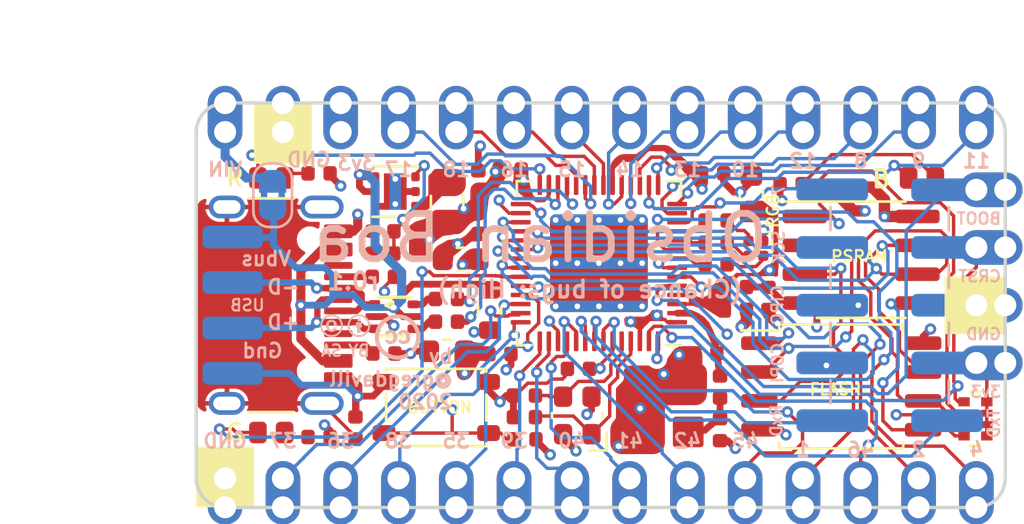
<source format=kicad_pcb>
(kicad_pcb (version 20221018) (generator pcbnew)
  (title_block (title "Obsidian Boa") (date "2020-07-07") (rev "r0.1") (company "GsD") (comment 1 "Inspired by 1BitSquared iceBitsy design") (comment 3 "© 2020 Greg Davill <greg.davill@gmail.com>") (comment 4 "License: CC BY-SA 4.0"))
  (layers (0 "F.Cu" signal) (1 "In1.Cu" signal) (2 "In2.Cu" signal) (31 "B.Cu" signal) (34 "B.Paste" user) (35 "F.Paste" user) (36 "B.SilkS" user "B.Silkscreen") (37 "F.SilkS" user "F.Silkscreen") (38 "B.Mask" user) (39 "F.Mask" user) (44 "Edge.Cuts" user))
  (net 0 "")
  (net 1 "+3V3")
  (net 2 "GND")
  (net 3 "/USB_N")
  (net 4 "/USB_P")
  (net 5 "/CC1")
  (net 6 "/CC2")
  (net 7 "/SHIELD")
  (net 8 "VIN")
  (net 9 "VBUS")
  (net 10 "/xD+")
  (net 11 "/xD-")
  (net 12 "/iD+")
  (net 13 "/iD-")
  (net 14 "/~{RGB0}")
  (net 15 "/~{RGB1}")
  (net 16 "/~{RGB2}")
  (net 17 "/SPI_~{CS}")
  (net 18 "/SPI_SCK")
  (net 19 "/SPI_~{HLD}-IO3")
  (net 20 "/SPI_~{WP}-IO2")
  (net 21 "/RAM_~{CS}")
  (net 22 "/~{CRESET}")
  (net 23 "Net-(C6-Pad2)")
  (net 24 "/U0RXD")
  (net 25 "/U0TXD")
  (net 26 "Net-(L1-Pad1)")
  (net 27 "/SPI_COPI-IO0")
  (net 28 "/SPI_CIPO-IO1")
  (net 29 "Net-(C4-Pad2)")
  (net 30 "Net-(C3-Pad2)")
  (net 31 "Net-(AE1-Pad1)")
  (net 32 "Net-(C19-Pad1)")
  (net 33 "Net-(C14-Pad1)")
  (net 34 "Net-(C13-Pad1)")
  (net 35 "Net-(C10-Pad1)")
  (net 36 "Net-(D1-Pad2)")
  (net 37 "Net-(D2-Pad2)")
  (net 38 "Net-(D3-Pad2)")
  (net 39 "Net-(D4-Pad3)")
  (net 40 "Net-(D4-Pad2)")
  (net 41 "Net-(D4-Pad4)")
  (net 42 "/~{LEDR}")
  (net 43 "/~{LEDG}")
  (net 44 "/GPIO11-~{LEDB}")
  (net 45 "/GPIO7")
  (net 46 "/GPIO0-BOOT")
  (net 47 "/GPIO37")
  (net 48 "/GPIO36")
  (net 49 "/GPIO38")
  (net 50 "/GPIO35")
  (net 51 "/GPIO39")
  (net 52 "/GPIO40")
  (net 53 "/GPIO41")
  (net 54 "/GPIO42")
  (net 55 "/GPIO45")
  (net 56 "/GPIO1")
  (net 57 "/GPIO46")
  (net 58 "/GPIO2")
  (net 59 "/GPIO4")
  (net 60 "/GPIO9")
  (net 61 "/GPIO8")
  (net 62 "/GPIO12")
  (net 63 "/GPIO10")
  (net 64 "/GPIO13")
  (net 65 "/GPIO14")
  (net 66 "/GPIO15")
  (net 67 "/GPIO16")
  (net 68 "/GPIO18-DAC_2")
  (net 69 "/GPIO17-DAC_1")
  (net 70 "/GPIO34-~{BTN}")
  (net 71 "/VCC_SPI")
  (footprint "Resistor_SMD:R_0402_1005Metric" (layer "F.Cu") (at 111 99.725 180)
    (fp_text reference "R4" hide)
    (fp_text value "22E" hide)
  )
  (footprint "pkl_buttons_switches:SW_SPST_3x4x2.5" (layer "F.Cu") (at 110.55 104.5 180)
    (fp_text reference "SW1" hide)
    (fp_text value "TACT" hide)
  )
  (footprint "pkl_pin_headers:Pin_Header_Straight_Round_1x01_Castellated" (layer "F.Cu") (at 103.81 107.62)
    (fp_text reference "P0" hide)
    (fp_text value "0" hide)
  )
  (footprint "pkl_pin_headers:Pin_Header_Straight_Round_1x01_Castellated" (layer "F.Cu") (at 134.29 100 90)
    (fp_text reference "P25" hide)
    (fp_text value "GND" hide)
  )
  (footprint "pkl_pin_headers:Pin_Header_Straight_Round_1x01_Castellated" (layer "F.Cu") (at 101.27 107.62)
    (fp_text reference "P24" hide)
    (fp_text value "GND" hide)
  )
  (footprint "pkl_pin_headers:Pin_Header_Straight_Round_1x01_Castellated" (layer "F.Cu") (at 134.29 102.54 90)
    (fp_text reference "P28" hide)
    (fp_text value "3V3" hide)
  )
  (footprint "pkl_pin_headers:Pin_Header_Straight_Round_1x01_Castellated" (layer "F.Cu") (at 106.35 92.38 180)
    (fp_text reference "P27" hide)
    (fp_text value "3V3" hide)
  )
  (footprint "Resistor_SMD:R_0402_1005Metric" (layer "F.Cu") (at 108.225 98.75 180)
    (fp_text reference "R2" hide)
    (fp_text value "5k1" hide)
  )
  (footprint "Resistor_SMD:R_0402_1005Metric" (layer "F.Cu") (at 108.25 102.125 180)
    (fp_text reference "R3" hide)
    (fp_text value "5k1" hide)
  )
  (footprint "pkl_pin_headers:Pin_Header_Straight_Round_1x01_Castellated" (layer "F.Cu") (at 106.35 107.62)
    (fp_text reference "P1" hide)
    (fp_text value "1" hide)
  )
  (footprint "pkl_pin_headers:Pin_Header_Straight_Round_1x01_Castellated" (layer "F.Cu") (at 101.27 92.38 180)
    (fp_text reference "P29" hide)
    (fp_text value "VIN" hide)
  )
  (footprint "pkl_pin_headers:Pin_Header_Straight_Round_1x01_Castellated" (layer "F.Cu") (at 103.81 92.38 180)
    (fp_text reference "P26" hide)
    (fp_text value "GND" hide)
  )
  (footprint "pkl_pin_headers:Pin_Header_Straight_Round_1x01_Castellated" (layer "F.Cu") (at 108.89 107.62)
    (fp_text reference "P2" hide)
    (fp_text value "2" hide)
  )
  (footprint "pkl_pin_headers:Pin_Header_Straight_Round_1x01_Castellated" (layer "F.Cu") (at 116.51 107.62)
    (fp_text reference "P5" hide)
    (fp_text value "5" hide)
  )
  (footprint "pkl_pin_headers:Pin_Header_Straight_Round_1x01_Castellated" (layer "F.Cu") (at 121.59 107.62)
    (fp_text reference "P7" hide)
    (fp_text value "7" hide)
  )
  (footprint "pkl_pin_headers:Pin_Header_Straight_Round_1x01_Castellated" (layer "F.Cu") (at 111.43 92.38 180)
    (fp_text reference "P22" hide)
    (fp_text value "22" hide)
  )
  (footprint "pkl_pin_headers:Pin_Header_Straight_Round_1x01_Castellated" (layer "F.Cu") (at 121.59 92.38 180)
    (fp_text reference "P18" hide)
    (fp_text value "18" hide)
  )
  (footprint "pkl_pin_headers:Pin_Header_Straight_Round_1x01_Castellated" (layer "F.Cu") (at 119.05 107.62)
    (fp_text reference "P6" hide)
    (fp_text value "6" hide)
  )
  (footprint "pkl_pin_headers:Pin_Header_Straight_Round_1x01_Castellated" (layer "F.Cu") (at 111.43 107.62)
    (fp_text reference "P3" hide)
    (fp_text value "3" hide)
  )
  (footprint "pkl_pin_headers:Pin_Header_Straight_Round_1x01_Castellated" (layer "F.Cu") (at 113.97 107.62)
    (fp_text reference "P4" hide)
    (fp_text value "4" hide)
  )
  (footprint "pkl_pin_headers:Pin_Header_Straight_Round_1x01_Castellated" (layer "F.Cu") (at 113.97 92.38 180)
    (fp_text reference "P21" hide)
    (fp_text value "21" hide)
  )
  (footprint "pkl_pin_headers:Pin_Header_Straight_Round_1x01_Castellated" (layer "F.Cu") (at 119.05 92.38 180)
    (fp_text reference "P19" hide)
    (fp_text value "19" hide)
  )
  (footprint "pkl_pin_headers:Pin_Header_Straight_Round_1x01_Castellated" (layer "F.Cu") (at 124.13 92.38 180)
    (fp_text reference "P17" hide)
    (fp_text value "17" hide)
  )
  (footprint "pkl_pin_headers:Pin_Header_Straight_Round_1x01_Castellated" (layer "F.Cu") (at 129.21 92.38 180)
    (fp_text reference "P15" hide)
    (fp_text value "15" hide)
  )
  (footprint "pkl_pin_headers:Pin_Header_Straight_Round_1x01_Castellated" (layer "F.Cu") (at 116.51 92.38 180)
    (fp_text reference "P20" hide)
    (fp_text value "20" hide)
  )
  (footprint "pkl_pin_headers:Pin_Header_Straight_Round_1x01_Castellated" (layer "F.Cu") (at 134.29 107.62)
    (fp_text reference "P12" hide)
    (fp_text value "12" hide)
  )
  (footprint "pkl_pin_headers:Pin_Header_Straight_Round_1x01_Castellated" (layer "F.Cu") (at 131.75 92.38 180)
    (fp_text reference "P14" hide)
    (fp_text value "14" hide)
  )
  (footprint "pkl_pin_headers:Pin_Header_Straight_Round_1x01_Castellated" (layer "F.Cu") (at 134.29 92.38 180)
    (fp_text reference "P13" hide)
    (fp_text value "13" hide)
  )
  (footprint "pkl_pin_headers:Pin_Header_Straight_Round_1x01_Castellated" (layer "F.Cu") (at 126.67 107.62)
    (fp_text reference "P9" hide)
    (fp_text value "9" hide)
  )
  (footprint "pkl_pin_headers:Pin_Header_Straight_Round_1x01_Castellated" (layer "F.Cu") (at 124.13 107.62)
    (fp_text reference "P8" hide)
    (fp_text value "8" hide)
  )
  (footprint "pkl_pin_headers:Pin_Header_Straight_Round_1x01_Castellated" (layer "F.Cu") (at 108.89 92.38 180)
    (fp_text reference "P23" hide)
    (fp_text value "23" hide)
  )
  (footprint "obsidian-boa:LED_0603_1608Metric_Compact" (layer "F.Cu") (at 131.9 94.4)
    (fp_text reference "D3" hide)
    (fp_text value "BLU" hide)
  )
  (footprint "obsidian-boa:LED_0603_1608Metric_Compact" (layer "F.Cu") (at 103.3 94.4)
    (fp_text reference "D1" hide)
    (fp_text value "RED" hide)
  )
  (footprint "Capacitor_SMD:C_0402_1005Metric" (layer "F.Cu") (at 122.7 94.2)
    (fp_text reference "C9" hide)
    (fp_text value "100n" hide)
  )
  (footprint "obsidian-boa:LED_0603_1608Metric_Compact" (layer "F.Cu") (at 103.3 105.6)
    (fp_text reference "D2" hide)
    (fp_text value "GRN" hide)
  )
  (footprint "pkl_pin_headers:Pin_Header_Straight_Round_1x01_Castellated" (layer "F.Cu") (at 134.29 97.46 90)
    (fp_text reference "P31" hide)
    (fp_text value "CRESET" hide)
  )
  (footprint "pkl_pin_headers:Pin_Header_Straight_Round_1x01_Castellated" (layer "F.Cu") (at 134.29 94.92 90)
    (fp_text reference "P30" hide)
    (fp_text value "CDONE" hide)
  )
  (footprint "pkl_pin_headers:Pin_Header_Straight_Round_1x01_Castellated" (layer "F.Cu") (at 131.75 107.62)
    (fp_text reference "P11" hide)
    (fp_text value "11" hide)
  )
  (footprint "pkl_pin_headers:Pin_Header_Straight_Round_1x01_Castellated" (layer "F.Cu") (at 129.21 107.62)
    (fp_text reference "P10" hide)
    (fp_text value "10" hide)
  )
  (footprint "pkl_pin_headers:Pin_Header_Straight_Round_1x01_Castellated" (layer "F.Cu") (at 126.67 92.38 180)
    (fp_text reference "P16" hide)
    (fp_text value "16" hide)
  )
  (footprint "pkl_connectors:USB_C_Receptacle_HRO_TYPE-C-31-M-12" (layer "F.Cu") (at 102.4 100 -90)
    (fp_text reference "J1" hide)
    (fp_text value "USB_C" hide)
  )
  (footprint "Resistor_SMD:R_0402_1005Metric" (layer "F.Cu") (at 107 105.4 -90)
    (fp_text reference "R1" hide)
    (fp_text value "1M" hide)
  )
  (footprint "Capacitor_SMD:C_0603_1608Metric" (layer "F.Cu") (at 111.6225 97.98 180)
    (fp_text reference "C19" hide)
    (fp_text value "10u" hide)
  )
  (footprint "Resistor_SMD:R_0402_1005Metric" (layer "F.Cu") (at 126.15 94.675 180)
    (fp_text reference "R13" hide)
    (fp_text value "2k2" hide)
  )
  (footprint "pkl_housings_sot:SOT-666" (layer "F.Cu") (at 108.6875 100.5)
    (fp_text reference "U1" hide)
    (fp_text value "USBLC6-2" hide)
  )
  (footprint "Resistor_SMD:R_0402_1005Metric" (layer "F.Cu") (at 105.4 94.2)
    (fp_text reference "R11" hide)
    (fp_text value "330E" hide)
  )
  (footprint "Resistor_SMD:R_0402_1005Metric" (layer "F.Cu") (at 105.4 105.8)
    (fp_text reference "R12" hide)
    (fp_text value "330E" hide)
  )
  (footprint "Resistor_SMD:R_0402_1005Metric" (layer "F.Cu") (at 114.45 105.9)
    (fp_text reference "R10" hide)
    (fp_text value "10k" hide)
  )
  (footprint "Resistor_SMD:R_0402_1005Metric" (layer "F.Cu") (at 111 100.725 180)
    (fp_text reference "R5" hide)
    (fp_text value "22E" hide)
  )
  (footprint "Capacitor_SMD:C_0402_1005Metric" (layer "F.Cu") (at 112.425 96.35 -90)
    (fp_text reference "C12" hide)
    (fp_text value "100n" hide)
  )
  (footprint "LED_SMD:LED_Lumex_SML-LX0303SIUPGUSB" (layer "F.Cu") (at 124.6 97.5 -90)
    (fp_text reference "D4" hide)
    (fp_text value "FM-B2020RGBA-HG" hide)
  )
  (footprint "Capacitor_SMD:C_0402_1005Metric" (layer "F.Cu") (at 114.425 103.975)
    (fp_text reference "C3" hide)
    (fp_text value "18pF" hide)
  )
  (footprint "Package_SO:SOIC-8_5.23x5.23mm_P1.27mm" (layer "F.Cu") (at 128.35 103.575)
    (fp_text reference "U4" hide)
    (fp_text value "W25Q128JV" hide)
  )
  (footprint "Capacitor_SMD:C_0603_1608Metric" (layer "F.Cu") (at 124.4 95.1 90)
    (fp_text reference "C14" hide)
    (fp_text value "10u" hide)
  )
  (footprint "Capacitor_SMD:C_0603_1608Metric" (layer "F.Cu") (at 112.9 100.21 -90)
    (fp_text reference "C5" hide)
    (fp_text value "10u" hide)
  )
  (footprint "Inductor_SMD:L_0402_1005Metric" (layer "F.Cu") (at 123.025 103.6 -90)
    (fp_text reference "L2" hide)
    (fp_text value "TBD" hide)
  )
  (footprint "Capacitor_SMD:C_0402_1005Metric" (layer "F.Cu") (at 123.025 105.475 -90)
    (fp_text reference "C11" hide)
    (fp_text value "TBD" hide)
  )
  (footprint "Resistor_SMD:R_0402_1005Metric" (layer "F.Cu") (at 109.175 96.75 180)
    (fp_text reference "R7" hide)
    (fp_text value "453k" hide)
  )
  (footprint "Resistor_SMD:R_0402_1005Metric" (layer "F.Cu") (at 122.85 97.25)
    (fp_text reference "R14" hide)
    (fp_text value "2k2" hide)
  )
  (footprint "Capacitor_SMD:C_0402_1005Metric" (layer "F.Cu") (at 114.425 104.925)
    (fp_text reference "C4" hide)
    (fp_text value "18pF" hide)
  )
  (footprint "Capacitor_SMD:C_0402_1005Metric" (layer "F.Cu") (at 128.65 94.8 180)
    (fp_text reference "C2" hide)
    (fp_text value "2.2uF" hide)
  )
  (footprint "Resistor_SMD:R_0402_1005Metric" (layer "F.Cu") (at 122.85 98.2)
    (fp_text reference "R6" hide)
    (fp_text value "2k2" hide)
  )
  (footprint "Resistor_SMD:R_0402_1005Metric" (layer "F.Cu") (at 122.85 96.275)
    (fp_text reference "R9" hide)
    (fp_text value "2k2" hide)
  )
  (footprint "Inductor_SMD:L_0402_1005Metric" (layer "F.Cu") (at 113.8 94.025)
    (fp_text reference "FB1" hide)
    (fp_text value "240R" hide)
  )
  (footprint "Capacitor_SMD:C_0402_1005Metric" (layer "F.Cu") (at 125.15 99.7 90)
    (fp_text reference "C1" hide)
    (fp_text value "2.2uF" hide)
  )
  (footprint "Resistor_SMD:R_Array_Convex_4x0402" (layer "F.Cu") (at 134.25 105)
    (fp_text reference "RN1" hide)
    (fp_text value "10k" hide)
  )
  (footprint "Package_SON:WSON-6-1EP_2x2mm_P0.65mm_EP1x1.6mm_ThermalVias" (layer "F.Cu") (at 108.75 95 180)
    (fp_text reference "U5" hide)
    (fp_text value "TPS62290" hide)
  )
  (footprint "Capacitor_SMD:C_0402_1005Metric" (layer "F.Cu") (at 122.4 102.125 180)
    (fp_text reference "C10" hide)
    (fp_text value "TBD" hide)
  )
  (footprint "Capacitor_SMD:C_0402_1005Metric" (layer "F.Cu") (at 112.4 94.575 90)
    (fp_text reference "C7" hide)
    (fp_text value "2.2uF" hide)
  )
  (footprint "Crystal:Crystal_SMD_Abracon_ABM10-4Pin_2.5x2.0mm" (layer "F.Cu") (at 116.75 104.85 180)
    (fp_text reference "Y1" hide)
    (fp_text value "40MHz" hide)
  )
  (footprint "Capacitor_SMD:C_0402_1005Metric" (layer "F.Cu") (at 123.7 99.2)
    (fp_text reference "C15" hide)
    (fp_text value "100n" hide)
  )
  (footprint "Inductor_SMD:L_0805_2012Metric" (layer "F.Cu") (at 111.025 95.45 -90)
    (fp_text reference "L1" hide)
    (fp_text value "2.2uH" hide)
  )
  (footprint "Inductor_SMD:L_0402_1005Metric" (layer "F.Cu") (at 113.35 102.15 180)
    (fp_text reference "FB3" hide)
    (fp_text value "240R" hide)
  )
  (footprint "obsidian-boa:0479480001" (layer "F.Cu") (at 120.55 104.5)
    (fp_text reference "AE1" hide)
    (fp_text value "Antenna" hide)
  )
  (footprint "Capacitor_SMD:C_0402_1005Metric" (layer "F.Cu") (at 109.175 97.725 180)
    (fp_text reference "C6" hide)
    (fp_text value "22pF" hide)
  )
  (footprint "Inductor_SMD:L_0402_1005Metric" (layer "F.Cu") (at 123.7 100.2 180)
    (fp_text reference "FB2" hide)
    (fp_text value "240R" hide)
  )
  (footprint "Resistor_SMD:R_0402_1005Metric" (layer "F.Cu") (at 107.75 97.225 90)
    (fp_text reference "R8" hide)
    (fp_text value "100k" hide)
  )
  (footprint "Package_DFN_QFN:QFN-56-1EP_7x7mm_P0.4mm_EP5.6x5.6mm" (layer "F.Cu") (at 117.7 98.15 180)
    (fp_text reference "U3" hide)
    (fp_text value "ESP32-S2" hide)
  )
  (footprint "Package_SO:SOIC-8_3.9x4.9mm_P1.27mm" (layer "F.Cu") (at 129.225 98)
    (fp_text reference "U2" hide)
    (fp_text value "LY68L6400SLIT" hide)
  )
  (footprint "Capacitor_SMD:C_0402_1005Metric" (layer "F.Cu") (at 116.8 102.8 180)
    (fp_text reference "C13" hide)
    (fp_text value "100n" hide)
  )
  (footprint "Capacitor_SMD:C_0603_1608Metric" (layer "F.Cu") (at 111.025 102.025 180)
    (fp_text reference "C8" hide)
    (fp_text value "10u" hide)
  )
  (footprint "pkl_pin_headers:PinHeader_2x05_P2.54mm_Vertical_SMD" (layer "B.Cu") (at 130.48 100 180)
    (fp_text reference "J2" hide)
    (fp_text value "PROG" hide)
  )
  (footprint "pkl_logos:Symbol_CC_SilkScreen_2mm" (layer "B.Cu") (at 108.85 101.4 180)
    (fp_text reference "REF**" hide)
    (fp_text value "Symbol_CC_SilkScreen_2mm" hide)
  )
  (footprint "pkl_logos:Symbol_CC-SA_SilkScreen_1mm" (layer "B.Cu") (at 105.95 100.9 180)
    (fp_text reference "REF**" hide)
    (fp_text value "Symbol_CC-SA_SilkScreen_1mm" hide)
  )
  (footprint "Jumper:SolderJumper-2_P1.3mm_Bridged2Bar_RoundedPad1.0x1.5mm" (layer "B.Cu") (at 103.36 95.16 90)
    (fp_text reference "JP1" hide)
    (fp_text value "Jumper" hide)
  )
  (footprint "pkl_logos:Symbol_CC-BY_SilkScreen_1mm" (layer "B.Cu") (at 107.15 100.9 180)
    (fp_text reference "REF**" hide)
    (fp_text value "Symbol_CC-BY_SilkScreen_1mm" hide)
  )
  (footprint "pkl_pads:PAD_SMD_1x2.65_ROUNDED" (layer "B.Cu") (at 101.6 103)
    (fp_text reference "P35" hide)
    (fp_text value "UP" hide)
  )
  (footprint "pkl_pads:PAD_SMD_1x2.65_ROUNDED" (layer "B.Cu") (at 101.6 101)
    (fp_text reference "P34" hide)
    (fp_text value "UP" hide)
  )
  (footprint "pkl_pads:PAD_SMD_1x2.65_ROUNDED" (layer "B.Cu") (at 101.6 97)
    (fp_text reference "P32" hide)
    (fp_text value "UP" hide)
  )
  (footprint "pkl_pads:PAD_SMD_1x2.65_ROUNDED" (layer "B.Cu") (at 101.6 99)
    (fp_text reference "P33" hide)
    (fp_text value "UP" hide)
  )
  (gr_poly (pts (xy 135.56 101.27) (xy 132.893 101.27) (xy 132.893 98.73) (xy 135.56 98.73)) (fill solid) (layer "F.SilkS"))
  (gr_poly (pts (xy 102.54 108.89) (xy 100 108.89) (xy 100 106.223) (xy 102.54 106.223)) (fill solid) (layer "F.SilkS"))
  (gr_poly (pts (xy 105.08 93.777) (xy 102.54 93.777) (xy 102.54 91.11) (xy 105.08 91.11)) (fill solid) (layer "F.SilkS"))
  (gr_line (start 101.3 91.1) (end 134.26 91.1) (stroke (width 0.15)) (layer "Edge.Cuts"))
  (gr_line (start 135.56 92.4) (end 135.56 107.6) (stroke (width 0.15)) (layer "Edge.Cuts"))
  (gr_line (start 100 107.6) (end 100 92.4) (stroke (width 0.15)) (layer "Edge.Cuts"))
  (gr_line (start 134.26 108.9) (end 101.3 108.9) (stroke (width 0.15)) (layer "Edge.Cuts"))
  (gr_arc (start 135.56 107.6) (mid 135.179239 108.519239) (end 134.26 108.9) (stroke (width 0.15)) (layer "Edge.Cuts"))
  (gr_arc (start 100 92.4) (mid 100.380761 91.480761) (end 101.3 91.1) (stroke (width 0.15)) (layer "Edge.Cuts"))
  (gr_arc (start 101.3 108.9) (mid 100.380761 108.519239) (end 100 107.6) (stroke (width 0.15)) (layer "Edge.Cuts"))
  (gr_arc (start 134.26 91.1) (mid 135.179239 91.480761) (end 135.56 92.4) (stroke (width 0.15)) (layer "Edge.Cuts"))
  (gr_text "SA" (at 105.95 102) (layer "B.SilkS") (effects (font (size 0.5 0.5) (thickness 0.1)) (justify mirror)))
  (gr_text "3v3" (at 135.433 103.81) (layer "B.SilkS") (effects (font (size 0.5 0.5) (thickness 0.1)) (justify left mirror)))
  (gr_text "CRST" (at 135.433 98.73) (layer "B.SilkS") (effects (font (size 0.5 0.5) (thickness 0.1)) (justify left mirror)))
  (gr_text "GND" (at 135.433 101.27) (layer "B.SilkS") (effects (font (size 0.5 0.5) (thickness 0.1)) (justify left mirror)))
  (gr_text "USB" (at 102.25 100) (layer "B.SilkS") (effects (font (size 0.5 0.5) (thickness 0.1)) (justify mirror)))
  (gr_text "by\n@gregdavill\n2020" (at 111.35 103.25) (layer "B.SilkS") (effects (font (size 0.625 0.625) (thickness 0.125)) (justify left mirror)))
  (gr_text "Vbus" (at 101.9 97.95) (layer "B.SilkS") (effects (font (size 0.625 0.625) (thickness 0.125)) (justify right mirror)))
  (gr_text "15" (at 116.51 94.031) (layer "B.SilkS") (effects (font (size 0.625 0.625) (thickness 0.125)) (justify mirror)))
  (gr_text "17" (at 108.89 94.031) (layer "B.SilkS") (effects (font (size 0.625 0.625) (thickness 0.125)) (justify mirror)))
  (gr_text "37" (at 103.81 105.969) (layer "B.SilkS") (effects (font (size 0.625 0.625) (thickness 0.125)) (justify mirror)))
  (gr_text "11" (at 134.29 93.65) (layer "B.SilkS") (effects (font (size 0.625 0.625) (thickness 0.125)) (justify mirror)))
  (gr_text "9" (at 131.75 93.65) (layer "B.SilkS") (effects (font (size 0.625 0.625) (thickness 0.125)) (justify mirror)))
  (gr_text "Gnd" (at 101.95 102) (layer "B.SilkS") (effects (font (size 0.625 0.625) (thickness 0.125)) (justify right mirror)))
  (gr_text "8" (at 129.21 93.65) (layer "B.SilkS") (effects (font (size 0.625 0.625) (thickness 0.125)) (justify mirror)))
  (gr_text "BOOT" (at 135.433 96.19) (layer "B.SilkS") (effects (font (size 0.5 0.5) (thickness 0.1)) (justify left mirror)))
  (gr_text "COPI" (at 125.55 102.54 90) (layer "B.SilkS") (effects (font (size 0.5 0.5) (thickness 0.1)) (justify mirror)))
  (gr_text "7" (at 125.6 94.92 90) (layer "B.SilkS") (effects (font (size 0.5 0.5) (thickness 0.1)) (justify mirror)))
  (gr_text "-D" (at 103.05 99.2) (layer "B.SilkS") (effects (font (size 0.625 0.625) (thickness 0.125)) (justify right mirror)))
  (gr_text "TxD" (at 135.052 105.2 90) (layer "B.SilkS") (effects (font (size 0.5 0.5) (thickness 0.1)) (justify mirror)))
  (gr_text "12\n" (at 126.67 93.65) (layer "B.SilkS") (effects (font (size 0.625 0.625) (thickness 0.125)) (justify mirror)))
  (gr_text "14" (at 119.05 94.031) (layer "B.SilkS") (effects (font (size 0.625 0.625) (thickness 0.125)) (justify mirror)))
  (gr_text "2" (at 131.75 106.35) (layer "B.SilkS") (effects (font (size 0.625 0.625) (thickness 0.125)) (justify mirror)))
  (gr_text "VIN" (at 101.27 94.031) (layer "B.SilkS") (effects (font (size 0.625 0.625) (thickness 0.125)) (justify mirror)))
  (gr_text "40" (at 116.51 105.969) (layer "B.SilkS") (effects (font (size 0.625 0.625) (thickness 0.125)) (justify mirror)))
  (gr_text "16" (at 113.97 94.031) (layer "B.SilkS") (effects (font (size 0.625 0.625) (thickness 0.125)) (justify mirror)))
  (gr_text "1" (at 126.67 106.35) (layer "B.SilkS") (effects (font (size 0.625 0.625) (thickness 0.125)) (justify mirror)))
  (gr_text "+D" (at 103.05 100.75) (layer "B.SilkS") (effects (font (size 0.625 0.625) (thickness 0.125)) (justify right mirror)))
  (gr_text "4" (at 134.29 106.35) (layer "B.SilkS") (effects (font (size 0.625 0.625) (thickness 0.125)) (justify mirror)))
  (gr_text "RxD" (at 125.5 105.08 90) (layer "B.SilkS") (effects (font (size 0.5 0.5) (thickness 0.1)) (justify mirror)))
  (gr_text "13" (at 121.59 94.031) (layer "B.SilkS") (effects (font (size 0.625 0.625) (thickness 0.125)) (justify mirror)))
  (gr_text "3v3" (at 107.05 93.75) (layer "B.SilkS") (effects (font (size 0.625 0.625) (thickness 0.125)) (justify mirror)))
  (gr_text "SCK" (at 125.6 97.46 90) (layer "B.SilkS") (effects (font (size 0.5 0.5) (thickness 0.1)) (justify mirror)))
  (gr_text "46" (at 129.21 106.35) (layer "B.SilkS") (effects (font (size 0.625 0.625) (thickness 0.125)) (justify mirror)))
  (gr_text "10" (at 124.13 94.031) (layer "B.SilkS") (effects (font (size 0.625 0.625) (thickness 0.125)) (justify mirror)))
  (gr_text "CIPO" (at 125.55 100 90) (layer "B.SilkS") (effects (font (size 0.5 0.5) (thickness 0.1)) (justify mirror)))
  (gr_text "18" (at 111.43 94.031) (layer "B.SilkS") (effects (font (size 0.625 0.625) (thickness 0.125)) (justify mirror)))
  (gr_text "Obsidian Boa" (at 115.1 97.05) (layer "B.SilkS") (effects (font (size 2 2) (thickness 0.3)) (justify mirror)))
  (gr_text "36" (at 106.35 105.969) (layer "B.SilkS") (effects (font (size 0.625 0.625) (thickness 0.125)) (justify mirror)))
  (gr_text "GND" (at 101.27 105.969) (layer "B.SilkS") (effects (font (size 0.625 0.625) (thickness 0.125)) (justify mirror)))
  (gr_text "45" (at 124.13 105.969) (layer "B.SilkS") (effects (font (size 0.625 0.625) (thickness 0.125)) (justify mirror)))
  (gr_text "42" (at 121.59 105.969) (layer "B.SilkS") (effects (font (size 0.625 0.625) (thickness 0.125)) (justify mirror)))
  (gr_text "41" (at 119.05 105.969) (layer "B.SilkS") (effects (font (size 0.625 0.625) (thickness 0.125)) (justify mirror)))
  (gr_text "35" (at 111.43 105.969) (layer "B.SilkS") (effects (font (size 0.625 0.625) (thickness 0.125)) (justify mirror)))
  (gr_text "39" (at 113.97 105.969) (layer "B.SilkS") (effects (font (size 0.625 0.625) (thickness 0.125)) (justify mirror)))
  (gr_text "r0.1" (at 106.9 98.95) (layer "B.SilkS") (effects (font (size 0.75 0.75)) (justify mirror)))
  (gr_text "BY" (at 107.15 102) (layer "B.SilkS") (effects (font (size 0.5 0.5) (thickness 0.1)) (justify mirror)))
  (gr_text "38" (at 108.89 105.969) (layer "B.SilkS") (effects (font (size 0.625 0.625) (thickness 0.125)) (justify mirror)))
  (gr_text "GND" (at 104.95 93.6) (layer "B.SilkS") (effects (font (size 0.625 0.625) (thickness 0.125)) (justify mirror)))
  (gr_text "(Chance of bugs: High)" (at 117.3 99.3) (layer "B.SilkS") (effects (font (size 0.75 0.75)) (justify mirror)))
  (gr_text "G" (at 101.7 105.6) (layer "F.SilkS") (effects (font (size 0.75 0.75))))
  (gr_text "R" (at 101.7 94.4) (layer "F.SilkS") (effects (font (size 0.75 0.75))))
  (gr_text "RGB" (at 125.35 95.85 90) (layer "F.SilkS") (effects (font (size 0.5 0.5) (thickness 0.1))))
  (gr_text "PSRAM" (at 129.15 97.85) (layer "F.SilkS") (effects (font (size 0.5 0.5) (thickness 0.1))))
  (gr_text "FLASH" (at 128.1 103.7) (layer "F.SilkS") (effects (font (size 0.5 0.5) (thickness 0.1))))
  (gr_text "BUTTON" (at 110.7 104.5) (layer "F.SilkS") (effects (font (size 0.5 0.5) (thickness 0.1))))
  (gr_text "B" (at 130.1 94.45) (layer "F.SilkS") (effects (font (size 0.75 0.75))))
  (segment (start 134.6 102.85) (end 134.29 102.54) (width 0.15) (layer "F.Cu") (net 1))
  (segment (start 125.665 94.675) (end 125.665 95.315) (width 0.3) (layer "F.Cu") (net 1))
  (segment (start 112.425 95.1) (end 112.4 95.075) (width 0.15) (layer "F.Cu") (net 1))
  (segment (start 124.185 100.715) (end 123.95 100.95) (width 0.5) (layer "F.Cu") (net 1))
  (segment (start 113.835 102.628303) (end 113.623738 102.839565) (width 0.3) (layer "F.Cu") (net 1))
  (segment (start 109.66 97.21) (end 110.13 97.21) (width 0.15) (layer "F.Cu") (net 1))
  (segment (start 125.665 95.315) (end 125.75 95.4) (width 0.3) (layer "F.Cu") (net 1))
  (segment (start 112.89 95.06) (end 112.4 95.06) (width 0.15) (layer "F.Cu") (net 1))
  (segment (start 113.315 94.635) (end 112.89 95.06) (width 0.15) (layer "F.Cu") (net 1))
  (segment (start 105.885 94.2) (end 105.885 94.285) (width 0.3) (layer "F.Cu") (net 1))
  (segment (start 111.8375 96.3875) (end 112.425 95.8) (width 0.15) (layer "F.Cu") (net 1))
  (segment (start 109.66 97.21) (end 109.66 96.75) (width 0.15) (layer "F.Cu") (net 1))
  (segment (start 105.885 94.285) (end 106.35 94.75) (width 0.3) (layer "F.Cu") (net 1))
  (segment (start 113.315 94.025) (end 113.315 94.635) (width 0.15) (layer "F.Cu") (net 1))
  (segment (start 115.01 106.027626) (end 115.55881 106.576436) (width 0.15) (layer "F.Cu") (net 1))
  (segment (start 109.66 97.725) (end 109.66 97.21) (width 0.15) (layer "F.Cu") (net 1))
  (segment (start 124.925 96.725) (end 124.95 96.7) (width 0.3) (layer "F.Cu") (net 1))
  (segment (start 114.935 105.952626) (end 115.55881 106.576436) (width 0.3) (layer "F.Cu") (net 1))
  (segment (start 124.925 97.175) (end 124.925 96.725) (width 0.3) (layer "F.Cu") (net 1))
  (segment (start 134.75 105.75) (end 134.75 103) (width 0.15) (layer "F.Cu") (net 1))
  (segment (start 105.885 105.8) (end 105.885 105.515) (width 0.3) (layer "F.Cu") (net 1))
  (segment (start 110.13 97.21) (end 110.24 97.1) (width 0.15) (layer "F.Cu") (net 1))
  (segment (start 109.66 96.75) (end 110.025 96.75) (width 0.15) (layer "F.Cu") (net 1))
  (segment (start 105.9 105.53) (end 105.64 105.27) (width 0.15) (layer "F.Cu") (net 1))
  (segment (start 114.935 105.9) (end 114.935 105.952626) (width 0.3) (layer "F.Cu") (net 1))
  (segment (start 110.3875 96.3875) (end 111.8375 96.3875) (width 0.15) (layer "F.Cu") (net 1))
  (segment (start 124.185 100.2) (end 124.185 100.715) (width 0.5) (layer "F.Cu") (net 1))
  (segment (start 112.425 95.8) (end 112.425 95.1) (width 0.15) (layer "F.Cu") (net 1))
  (segment (start 105.885 105.515) (end 105.64 105.27) (width 0.3) (layer "F.Cu") (net 1))
  (segment (start 113.835 102.15) (end 113.835 102.628303) (width 0.3) (layer "F.Cu") (net 1))
  (segment (start 105.9 105.8) (end 105.9 105.53) (width 0.15) (layer "F.Cu") (net 1))
  (segment (start 134.75 103) (end 134.29 102.54) (width 0.15) (layer "F.Cu") (net 1))
  (segment (start 105.9 94.2) (end 106.35 94.65) (width 0.15) (layer "F.Cu") (net 1))
  (segment (start 106.35 94.65) (end 106.35 94.75) (width 0.15) (layer "F.Cu") (net 1))
  (segment (start 110.025 96.75) (end 110.3875 96.3875) (width 0.15) (layer "F.Cu") (net 1))
  (segment (start 115.01 105.9) (end 115.01 106.027626) (width 0.15) (layer "F.Cu") (net 1))
  (via (at 113.14999 94.124375) (size 0.5) (drill 0.25) (layers "F.Cu" "B.Cu") (net 1))
  (via (at 113.623738 102.839565) (size 0.5) (drill 0.25) (layers "F.Cu" "B.Cu") (net 1))
  (via (at 124.95 96.7) (size 0.5) (drill 0.25) (layers "F.Cu" "B.Cu") (net 1))
  (via (at 105.64 105.27) (size 0.5) (drill 0.25) (layers "F.Cu" "B.Cu") (net 1))
  (via (at 111.75 95.75) (size 0.5) (drill 0.25) (layers "F.Cu" "B.Cu") (net 1))
  (via (at 115.55881 106.576436) (size 0.5) (drill 0.25) (layers "F.Cu" "B.Cu") (net 1))
  (via (at 123.95 100.95) (size 0.5) (drill 0.25) (layers "F.Cu" "B.Cu") (net 1))
  (via (at 106.35 94.75) (size 0.5) (drill 0.25) (layers "F.Cu" "B.Cu") (net 1))
  (via (at 110.25 97.1) (size 0.5) (drill 0.25) (layers "F.Cu" "B.Cu") (net 1))
  (via (at 125.75 95.4) (size 0.5) (drill 0.25) (layers "F.Cu" "B.Cu") (net 1))
  (segment (start 107.1 104.9) (end 107.1 104) (width 0.15) (layer "F.Cu") (net 2))
  (segment (start 108.2875 100.5) (end 108.6875 100.9) (width 0.3) (layer "F.Cu") (net 2))
  (segment (start 107.7625 100.5) (end 108.2875 100.5) (width 0.3) (layer "F.Cu") (net 2))
  (segment (start 116.215 102.7) (end 116.215 103.135) (width 0.15) (layer "F.Cu") (net 2))
  (segment (start 117.375 104.025) (end 117.375 104.6) (width 0.3) (layer "F.Cu") (net 2))
  (segment (start 115.6 103.25) (end 115.420004 103.429996) (width 0.15) (layer "F.Cu") (net 2))
  (segment (start 123.62499 95.02499) (end 123.925176 95.02499) (width 0.3) (layer "F.Cu") (net 2))
  (segment (start 108.65 95.65) (end 108.75 95.55) (width 0.3) (layer "F.Cu") (net 2))
  (segment (start 124.185 99.2) (end 125.135 99.2) (width 0.3) (layer "F.Cu") (net 2))
  (segment (start 107.1 103.55) (end 107.1 104) (width 0.4) (layer "F.Cu") (net 2))
  (segment (start 107.9375 103.8375) (end 107.775 104) (width 0.3) (layer "F.Cu") (net 2))
  (segment (start 112.737201 101.175299) (end 112.212649 101.175299) (width 0.3) (layer "F.Cu") (net 2))
  (segment (start 112.85 103.75) (end 113.35 104.25) (width 0.3) (layer "F.Cu") (net 2))
  (segment (start 114.015 103.975) (end 113.625 103.975) (width 0.15) (layer "F.Cu") (net 2))
  (segment (start 108.735 102.125) (end 109.425 102.125) (width 0.3) (layer "F.Cu") (net 2))
  (segment (start 114.573008 103.429996) (end 114.028004 103.975) (width 0.15) (layer "F.Cu") (net 2))
  (segment (start 128.895 95.85) (end 129.4 95.85) (width 0.5) (layer "F.Cu") (net 2))
  (segment (start 116.125 105.675) (end 116.125 105.840686) (width 0.3) (layer "F.Cu") (net 2))
  (segment (start 112.4 94.09) (end 112.4 93.077262) (width 0.3) (layer "F.Cu") (net 2))
  (segment (start 107 104.1) (end 107.1 104) (width 0.3) (layer "F.Cu") (net 2))
  (segment (start 124.4 94.3125) (end 124.4 94.550166) (width 0.3) (layer "F.Cu") (net 2))
  (segment (start 119.475 103.425) (end 120.155 103.425) (width 0.3) (layer "F.Cu") (net 2))
  (segment (start 112.85 103.375) (end 112.85 103.75) (width 0.3) (layer "F.Cu") (net 2))
  (segment (start 119.185 105.575) (end 118.56 106.2) (width 0.3) (layer "F.Cu") (net 2))
  (segment (start 106.445 96.75) (end 106.9 96.75) (width 0.4) (layer "F.Cu") (net 2))
  (segment (start 121.275 102.125) (end 121.225 102.175) (width 0.3) (layer "F.Cu") (net 2))
  (segment (start 123.36 105.96) (end 123.7 106.3) (width 0.3) (layer "F.Cu") (net 2))
  (segment (start 113.625 103.975) (end 113.35 104.25) (width 0.3) (layer "F.Cu") (net 2))
  (segment (start 120.155 103.425) (end 120.55 103.03) (width 0.3) (layer "F.Cu") (net 2))
  (segment (start 106.9 96.75) (end 107.1 96.55) (width 0.4) (layer "F.Cu") (net 2))
  (segment (start 108.25 103.375) (end 108.25 103.525) (width 0.3) (layer "F.Cu") (net 2))
  (segment (start 121.915 102.125) (end 121.275 102.125) (width 0.3) (layer "F.Cu") (net 2))
  (segment (start 112.115 96.835) (end 111.65 97.3) (width 0.15) (layer "F.Cu") (net 2))
  (segment (start 107.8625 95.65) (end 108.65 95.65) (width 0.3) (layer "F.Cu") (net 2))
  (segment (start 125.84 99.905) (end 125.15 99.215) (width 0.3) (layer "F.Cu") (net 2))
  (segment (start 114.028004 103.975) (end 113.94 103.975) (width 0.15) (layer "F.Cu") (net 2))
  (segment (start 107.75 96.125) (end 107.8625 96.0125) (width 0.15) (layer "F.Cu") (net 2))
  (segment (start 125.135 99.2) (end 125.15 99.215) (width 0.3) (layer "F.Cu") (net 2))
  (segment (start 116.125 105.840686) (end 116.692157 106.407843) (width 0.3) (layer "F.Cu") (net 2))
  (segment (start 106.8 103.25) (end 107.1 103.55) (width 0.4) (layer "F.Cu") (net 2))
  (segment (start 107.1 96.55) (end 107.1 96) (width 0.4) (layer "F.Cu") (net 2))
  (segment (start 123.185 94.585) (end 123.62499 95.02499) (width 0.3) (layer "F.Cu") (net 2))
  (segment (start 107.75 96.74) (end 107.75 96.125) (width 0.15) (layer "F.Cu") (net 2))
  (segment (start 119.475 104.575) (end 119.51 104.54) (width 0.3) (layer "F.Cu") (net 2))
  (segment (start 127.28 100.95499) (end 127.28 100.435) (width 0.3) (layer "F.Cu") (net 2))
  (segment (start 108.275 99.185) (end 108.275 99.4) (width 0.15) (layer "F.Cu") (net 2))
  (segment (start 111.65 97.3) (end 111.5 97.3) (width 0.15) (layer "F.Cu") (net 2))
  (segment (start 115.420004 103.429996) (end 114.573008 103.429996) (width 0.15) (layer "F.Cu") (net 2))
  (segment (start 107.8625 96.0125) (end 107.8625 95.65) (width 0.15) (layer "F.Cu") (net 2))
  (segment (start 116.1 103.25) (end 115.6 103.25) (width 0.15) (layer "F.Cu") (net 2))
  (segment (start 108.25 103.525) (end 107.9375 103.8375) (width 0.3) (layer "F.Cu") (net 2))
  (segment (start 113.94 103.975) (end 113.625 103.975) (width 0.3) (layer "F.Cu") (net 2))
  (segment (start 128.165 94.8) (end 128.165 95.12) (width 0.5) (layer "F.Cu") (net 2))
  (segment (start 124.75 105.48) (end 125.7 105.48) (width 0.3) (layer "F.Cu") (net 2))
  (segment (start 126.75 99.905) (end 125.84 99.905) (width 0.3) (layer "F.Cu") (net 2))
  (segment (start 117.375 104.6) (end 117.175 104.8) (width 0.3) (layer "F.Cu") (net 2))
  (segment (start 106.445 103.25) (end 106.8 103.25) (width 0.4) (layer "F.Cu") (net 2))
  (segment (start 110.2375 102.025) (end 109.525 102.025) (width 0.3) (layer "F.Cu") (net 2))
  (segment (start 109.6375 95) (end 108.75 95) (width 0.3) (layer "F.Cu") (net 2))
  (segment (start 108.71 98.75) (end 108.275 99.185) (width 0.15) (layer "F.Cu") (net 2))
  (segment (start 107 104.915) (end 107 104.1) (width 0.3) (layer "F.Cu") (net 2))
  (segment (start 113.94 104.925) (end 113.94 103.975) (width 0.3) (layer "F.Cu") (net 2))
  (segment (start 124.4 94.550166) (end 123.925176 95.02499) (width 0.3) (layer "F.Cu") (net 2))
  (segment (start 120.945 103.425) (end 120.55 103.03) (width 0.3) (layer "F.Cu") (net 2))
  (segment (start 112.425 96.835) (end 112.115 96.835) (width 0.15) (layer "F.Cu") (net 2))
  (segment (start 119.475 105.575) (end 119.475 104.575) (width 0.3) (layer "F.Cu") (net 2))
  (segment (start 123.025 105.96) (end 123.36 105.96) (width 0.3) (layer "F.Cu") (net 2))
  (segment (start 125.7 105.48) (end 125.92 105.7) (width 0.3) (layer "F.Cu") (net 2))
  (segment (start 110.8375 98) (end 110.8375 97.9625) (width 0.15) (layer "F.Cu") (net 2))
  (segment (start 107.9375 103.8375) (end 108.4 103.375) (width 0.15) (layer "F.Cu") (net 2))
  (segment (start 121.625 103.425) (end 120.945 103.425) (width 0.3) (layer "F.Cu") (net 2))
  (segment (start 116.215 103.135) (end 116.1 103.25) (width 0.15) (layer "F.Cu") (net 2))
  (segment (start 119.475 103.425) (end 119.475 104.505) (width 0.3) (layer "F.Cu") (net 2))
  (segment (start 110.8375 97.9625) (end 111.5 97.3) (width 0.15) (layer "F.Cu") (net 2))
  (segment (start 109.525 102.025) (end 109.425 102.125) (width 0.3) (layer "F.Cu") (net 2))
  (segment (start 107.1 104) (end 107.775 104) (width 0.3) (layer "F.Cu") (net 2))
  (segment (start 127.28 100.435) (end 126.75 99.905) (width 0.3) (layer "F.Cu") (net 2))
  (segment (start 123.185 94.2) (end 123.185 94.585) (width 0.3) (layer "F.Cu") (net 2))
  (segment (start 114.015 104.925) (end 114.015 103.975) (width 0.15) (layer "F.Cu") (net 2))
  (segment (start 128.165 95.12) (end 128.895 95.85) (width 0.5) (layer "F.Cu") (net 2))
  (segment (start 112.95 100.9625) (end 112.737201 101.175299) (width 0.3) (layer "F.Cu") (net 2))
  (segment (start 112.4 93.077262) (end 112.484742 92.99252) (width 0.3) (layer "F.Cu") (net 2))
  (segment (start 119.475 104.505) (end 119.51 104.54) (width 0.3) (layer "F.Cu") (net 2))
  (segment (start 119.475 105.575) (end 119.185 105.575) (width 0.3) (layer "F.Cu") (net 2))
  (via (at 108.6875 100.9) (size 0.5) (drill 0.25) (layers "F.Cu" "B.Cu") (net 2))
  (via (at 107.1 104) (size 0.5) (drill 0.25) (layers "F.Cu" "B.Cu") (net 2))
  (via (at 107.1 96) (size 0.5) (drill 0.25) (layers "F.Cu" "B.Cu") (net 2))
  (via (at 111.5 97.3) (size 0.5) (drill 0.25) (layers "F.Cu" "B.Cu") (net 2))
  (via (at 108.275 99.4) (size 0.5) (drill 0.25) (layers "F.Cu" "B.Cu") (net 2))
  (via (at 119.51 104.54) (size 0.5) (drill 0.25) (layers "F.Cu" "B.Cu") (net 2))
  (via (at 116.692157 106.407843) (size 0.5) (drill 0.25) (layers "F.Cu" "B.Cu") (net 2))
  (via (at 112.212649 101.175299) (size 0.5) (drill 0.25) (layers "F.Cu" "B.Cu") (net 2))
  (via (at 120.55 103.03) (size 0.5) (drill 0.25) (layers "F.Cu" "B.Cu") (net 2))
  (via (at 129.4 95.85) (size 0.5) (drill 0.25) (layers "F.Cu" "B.Cu") (net 2))
  (via (at 109.425 102.125) (size 0.5) (drill 0.25) (layers "F.Cu" "B.Cu") (net 2))
  (via (at 125.92 105.7) (size 0.5) (drill 0.25) (layers "F.Cu" "B.Cu") (net 2))
  (via (at 123.7 106.3) (size 0.5) (drill 0.25) (layers "F.Cu" "B.Cu") (net 2))
  (via (at 112.484742 92.99252) (size 0.5) (drill 0.25) (layers "F.Cu" "B.Cu") (net 2))
  (via (at 127.28 100.95499) (size 0.5) (drill 0.25) (layers "F.Cu" "B.Cu") (net 2))
  (via (at 113.35 104.25) (size 0.5) (drill 0.25) (layers "F.Cu" "B.Cu") (net 2))
  (via (at 118.56 106.2) (size 0.5) (drill 0.25) (layers "F.Cu" "B.Cu") (net 2))
  (via (at 117.175 104.8) (size 0.5) (drill 0.25) (layers "F.Cu" "B.Cu") (net 2))
  (via (at 123.925176 95.02499) (size 0.5) (drill 0.25) (layers "F.Cu" "B.Cu") (net 2))
  (via (at 121.225 102.175) (size 0.5) (drill 0.25) (layers "F.Cu" "B.Cu") (net 2))
  (segment (start 106.61999 103.51999) (end 107.1 104) (width 0.3) (layer "B.Cu") (net 2))
  (segment (start 101.6 103) (end 104.1 103) (width 0.3) (layer "B.Cu") (net 2))
  (segment (start 104.1 103) (end 104.61999 103.51999) (width 0.3) (layer "B.Cu") (net 2))
  (segment (start 104.61999 103.51999) (end 106.61999 103.51999) (width 0.3) (layer "B.Cu") (net 2))
  (segment (start 111.485 99.725) (end 111.991134 99.725) (width 0.275) (layer "F.Cu") (net 3))
  (segment (start 111.991134 99.725) (end 112.126524 99.86039) (width 0.275) (layer "F.Cu") (net 3))
  (segment (start 116.3 95.31) (end 116.54 95.55) (width 0.15) (layer "F.Cu") (net 3))
  (segment (start 116.3 94.7125) (end 116.3 95.31) (width 0.15) (layer "F.Cu") (net 3))
  (via (at 116.54 95.55) (size 0.5) (drill 0.25) (layers "F.Cu" "B.Cu") (net 3))
  (via (at 112.018712 99.839595) (size 0.5) (drill 0.25) (layers "F.Cu" "B.Cu") (net 3))
  (segment (start 115.949203 94.959203) (end 116.54 95.55) (width 0.15) (layer "B.Cu") (net 3))
  (segment (start 112.4 98.45) (end 112.4 95.162916) (width 0.15) (layer "B.Cu") (net 3))
  (segment (start 113.797584 94.599978) (end 114.156809 94.959203) (width 0.15) (layer "B.Cu") (net 3))
  (segment (start 112.018712 98.831288) (end 112.4 98.45) (width 0.15) (layer "B.Cu") (net 3))
  (segment (start 114.156809 94.959203) (end 115.949203 94.959203) (width 0.15) (layer "B.Cu") (net 3))
  (segment (start 112.018712 99.839595) (end 112.018712 98.831288) (width 0.15) (layer "B.Cu") (net 3))
  (segment (start 112.962938 94.599978) (end 113.797584 94.599978) (width 0.15) (layer "B.Cu") (net 3))
  (segment (start 112.4 95.162916) (end 112.962938 94.599978) (width 0.15) (layer "B.Cu") (net 3))
  (segment (start 115.9 95.446767) (end 115.781915 95.564852) (width 0.15) (layer "F.Cu") (net 4))
  (segment (start 115.9 94.7125) (end 115.9 95.446767) (width 0.15) (layer "F.Cu") (net 4))
  (segment (start 111.902736 100.725) (end 112.117408 100.510328) (width 0.275) (layer "F.Cu") (net 4))
  (segment (start 111.485 100.725) (end 111.902736 100.725) (width 0.275) (layer "F.Cu") (net 4))
  (via (at 115.781915 95.564852) (size 0.5) (drill 0.25) (layers "F.Cu" "B.Cu") (net 4))
  (via (at 112.067408 100.510328) (size 0.5) (drill 0.25) (layers "F.Cu" "B.Cu") (net 4))
  (segment (start 112.700011 95.287184) (end 113.087206 94.899989) (width 0.15) (layer "B.Cu") (net 4))
  (segment (start 113.087206 94.899989) (end 113.543208 94.899989) (width 0.15) (layer "B.Cu") (net 4))
  (segment (start 115.531916 95.314853) (end 115.781915 95.564852) (width 0.15) (layer "B.Cu") (net 4))
  (segment (start 112.5 98.8) (end 112.700011 98.599989) (width 0.15) (layer "B.Cu") (net 4))
  (segment (start 112.067408 100.510328) (end 112.5 100.077736) (width 0.15) (layer "B.Cu") (net 4))
  (segment (start 113.958072 95.314853) (end 115.531916 95.314853) (width 0.15) (layer "B.Cu") (net 4))
  (segment (start 112.700011 98.599989) (end 112.700011 95.287184) (width 0.15) (layer "B.Cu") (net 4))
  (segment (start 112.5 100.077736) (end 112.5 98.8) (width 0.15) (layer "B.Cu") (net 4))
  (segment (start 113.543208 94.899989) (end 113.958072 95.314853) (width 0.15) (layer "B.Cu") (net 4))
  (segment (start 106.245 98.75) (end 107.74 98.75) (width 0.3) (layer "F.Cu") (net 5))
  (segment (start 107.75 102.1) (end 107.9 102.1) (width 0.3) (layer "F.Cu") (net 6))
  (segment (start 107.4 101.75) (end 107.75 102.1) (width 0.3) (layer "F.Cu") (net 6))
  (segment (start 106.445 101.75) (end 107.4 101.75) (width 0.3) (layer "F.Cu") (net 6))
  (segment (start 105.53 95.68) (end 101.35 95.68) (width 0.15) (layer "F.Cu") (net 7))
  (segment (start 107.1 105.89) (end 105.53 104.32) (width 0.15) (layer "F.Cu") (net 7))
  (segment (start 101.35 104.32) (end 105.53 104.32) (width 0.2) (layer "F.Cu") (net 7))
  (segment (start 107.1 105.9) (end 107.1 105.89) (width 0.15) (layer "F.Cu") (net 7))
  (segment (start 101.35 104.32) (end 101.35 98.45) (width 0.2) (layer "F.Cu") (net 7))
  (segment (start 101.35 98.45) (end 101.35 95.68) (width 0.2) (layer "F.Cu") (net 7))
  (segment (start 101.27 92.38) (end 101.27 93.47) (width 0.4) (layer "B.Cu") (net 8))
  (segment (start 102.2 94.4) (end 103.45 94.4) (width 0.4) (layer "B.Cu") (net 8))
  (segment (start 101.27 93.47) (end 102.2 94.4) (width 0.4) (layer "B.Cu") (net 8))
  (segment (start 109.6125 100.5) (end 109.0875 100.5) (width 0.3) (layer "F.Cu") (net 9))
  (segment (start 109.0875 100.5) (end 108.6875 100.1) (width 0.3) (layer "F.Cu") (net 9))
  (segment (start 107.175 94.775) (end 107.175 94.25) (width 0.3) (layer "F.Cu") (net 9))
  (segment (start 110.275934 99.075021) (end 111.399066 99.075021) (width 0.3) (layer "F.Cu") (net 9))
  (segment (start 111.850925 99.075012) (end 111.850934 99.075021) (width 0.3) (layer "F.Cu") (net 9))
  (segment (start 107.8625 94.35) (end 107.275 94.35) (width 0.3) (layer "F.Cu") (net 9))
  (segment (start 107.275 94.35) (end 107.175 94.25) (width 0.3) (layer "F.Cu") (net 9))
  (segment (start 111.850934 99.075021) (end 112.637521 99.075021) (width 0.3) (layer "F.Cu") (net 9))
  (segment (start 106.445 102.45) (end 105.57 102.45) (width 0.4) (layer "F.Cu") (net 9))
  (segment (start 112.637521 99.075021) (end 112.95 99.3875) (width 0.3) (layer "F.Cu") (net 9))
  (segment (start 108.6875 100.1) (end 108.6875 99.907002) (width 0.3) (layer "F.Cu") (net 9))
  (segment (start 109.519502 99.075) (end 110.275913 99.075) (width 0.3) (layer "F.Cu") (net 9))
  (segment (start 105.57 102.45) (end 104.6 101.48) (width 0.4) (layer "F.Cu") (net 9))
  (segment (start 104.6 101.48) (end 104.6 100) (width 0.4) (layer "F.Cu") (net 9))
  (segment (start 104.6 98.49) (end 104.6 100) (width 0.4) (layer "F.Cu") (net 9))
  (segment (start 111.399066 99.075021) (end 111.399075 99.075012) (width 0.3) (layer "F.Cu") (net 9))
  (segment (start 111.399075 99.075012) (end 111.850925 99.075012) (width 0.3) (layer "F.Cu") (net 9))
  (segment (start 106.445 97.55) (end 105.54 97.55) (width 0.4) (layer "F.Cu") (net 9))
  (segment (start 107.4 95) (end 107.175 94.775) (width 0.3) (layer "F.Cu") (net 9))
  (segment (start 110.275913 99.075) (end 110.275934 99.075021) (width 0.3) (layer "F.Cu") (net 9))
  (segment (start 107.8625 95) (end 107.4 95) (width 0.3) (layer "F.Cu") (net 9))
  (segment (start 105.54 97.55) (end 104.6 98.49) (width 0.4) (layer "F.Cu") (net 9))
  (segment (start 108.6875 99.907002) (end 109.519502 99.075) (width 0.3) (layer "F.Cu") (net 9))
  (via (at 108.6875 100.1) (size 0.5) (drill 0.25) (layers "F.Cu" "B.Cu") (net 9))
  (via (at 104.6 100) (size 0.5) (drill 0.25) (layers "F.Cu" "B.Cu") (net 9))
  (via (at 107.175 94.25) (size 0.5) (drill 0.25) (layers "F.Cu" "B.Cu") (net 9))
  (segment (start 107.53 94.25) (end 107.86 94.58) (width 0.4) (layer "B.Cu") (net 9))
  (segment (start 104.39 98.35) (end 103.4 97.36) (width 0.3) (layer "B.Cu") (net 9))
  (segment (start 103.4 96.9) (end 103.28 97.02) (width 0.3) (layer "B.Cu") (net 9))
  (segment (start 103.4 97.36) (end 103.4 96.9) (width 0.3) (layer "B.Cu") (net 9))
  (segment (start 105.207522 98.35) (end 105.65 98.35) (width 0.3) (layer "B.Cu") (net 9))
  (segment (start 109.03 99.7575) (end 108.6875 100.1) (width 0.4) (layer "B.Cu") (net 9))
  (segment (start 105.99999 99.55001) (end 105.99999 99.65001) (width 0.3) (layer "B.Cu") (net 9))
  (segment (start 107.86 94.58) (end 107.86 97.38) (width 0.4) (layer "B.Cu") (net 9))
  (segment (start 105.99999 99.65001) (end 105.65 100) (width 0.3) (layer "B.Cu") (net 9))
  (segment (start 109.03 98.55) (end 109.03 99.7575) (width 0.4) (layer "B.Cu") (net 9))
  (segment (start 103.28 97.02) (end 101.62 97.02) (width 0.3) (layer "B.Cu") (net 9))
  (segment (start 107.175 94.25) (end 107.53 94.25) (width 0.4) (layer "B.Cu") (net 9))
  (segment (start 101.62 97.02) (end 101.6 97) (width 0.3) (layer "B.Cu") (net 9))
  (segment (start 105.65 98.35) (end 105.99999 98.69999) (width 0.3) (layer "B.Cu") (net 9))
  (segment (start 107.45 100.1) (end 106.90001 99.55001) (width 0.3) (layer "B.Cu") (net 9))
  (segment (start 105.207522 98.35) (end 104.39 98.35) (width 0.3) (layer "B.Cu") (net 9))
  (segment (start 106.90001 99.55001) (end 105.99999 99.55001) (width 0.3) (layer "B.Cu") (net 9))
  (segment (start 105.99999 98.69999) (end 105.99999 99.55001) (width 0.3) (layer "B.Cu") (net 9))
  (segment (start 108.6875 100.1) (end 107.45 100.1) (width 0.3) (layer "B.Cu") (net 9))
  (segment (start 105.65 100) (end 104.6 100) (width 0.3) (layer "B.Cu") (net 9))
  (segment (start 103.4 96.9) (end 103.4 95.75) (width 0.3) (layer "B.Cu") (net 9))
  (segment (start 107.86 97.38) (end 109.03 98.55) (width 0.4) (layer "B.Cu") (net 9))
  (segment (start 106.445 100.75) (end 105.3 100.75) (width 0.275) (layer "F.Cu") (net 10))
  (segment (start 105.525 99.75) (end 105.325 99.95) (width 0.275) (layer "F.Cu") (net 10))
  (segment (start 106.445 99.75) (end 105.525 99.75) (width 0.275) (layer "F.Cu") (net 10))
  (segment (start 107.8375 101.0375) (end 107.3625 101.0375) (width 0.275) (layer "F.Cu") (net 10))
  (segment (start 107.3625 101.0375) (end 107.075 100.75) (width 0.275) (layer "F.Cu") (net 10))
  (segment (start 105.325 100.725) (end 105.3 100.75) (width 0.275) (layer "F.Cu") (net 10))
  (segment (start 105.325 99.95) (end 105.325 100.725) (width 0.275) (layer "F.Cu") (net 10))
  (segment (start 107.075 100.75) (end 106.245 100.75) (width 0.275) (layer "F.Cu") (net 10))
  (via (at 105.3 100.75) (size 0.5) (drill 0.25) (layers "F.Cu" "B.Cu") (net 10))
  (segment (start 105.050001 100.999999) (end 105.3 100.75) (width 0.275) (layer "B.Cu") (net 10))
  (segment (start 101.6 101) (end 105.050001 100.999999) (width 0.275) (layer "B.Cu") (net 10))
  (segment (start 106.445 99.25) (end 105.3 99.25) (width 0.275) (layer "F.Cu") (net 11))
  (segment (start 107.05 100.25) (end 107.3375 99.9625) (width 0.275) (layer "F.Cu") (net 11))
  (segment (start 106.245 99.25) (end 107 99.25) (width 0.275) (layer "F.Cu") (net 11))
  (segment (start 107.275 99.525) (end 107.275 99.9) (width 0.275) (layer "F.Cu") (net 11))
  (segment (start 106.245 100.25) (end 107.05 100.25) (width 0.275) (layer "F.Cu") (net 11))
  (segment (start 107.275 99.9) (end 107.3375 99.9625) (width 0.275) (layer "F.Cu") (net 11))
  (segment (start 107 99.25) (end 107.275 99.525) (width 0.275) (layer "F.Cu") (net 11))
  (segment (start 107.3375 99.9625) (end 107.8375 99.9625) (width 0.275) (layer "F.Cu") (net 11))
  (via (at 105.3 99.25) (size 0.5) (drill 0.25) (layers "F.Cu" "B.Cu") (net 11))
  (segment (start 101.6 99) (end 105.05 99) (width 0.275) (layer "B.Cu") (net 11))
  (segment (start 105.05 99) (end 105.3 99.25) (width 0.275) (layer "B.Cu") (net 11))
  (segment (start 109.5375 101.0375) (end 109.931604 101.0375) (width 0.3) (layer "F.Cu") (net 12))
  (segment (start 110.23751 100.731594) (end 110.23751 100.725) (width 0.3) (layer "F.Cu") (net 12))
  (segment (start 109.931604 101.0375) (end 110.23751 100.731594) (width 0.3) (layer "F.Cu") (net 12))
  (segment (start 110.23751 100.725) (end 110.515 100.725) (width 0.3) (layer "F.Cu") (net 12))
  (segment (start 109.5375 99.9625) (end 109.9375 99.9625) (width 0.3) (layer "F.Cu") (net 13))
  (segment (start 109.9375 99.9625) (end 110.175 99.725) (width 0.3) (layer "F.Cu") (net 13))
  (segment (start 110.175 99.725) (end 110.515 99.725) (width 0.3) (layer "F.Cu") (net 13))
  (segment (start 121.7 97.95) (end 121.95 98.2) (width 0.15) (layer "F.Cu") (net 14))
  (segment (start 121.1375 97.95) (end 121.7 97.95) (width 0.15) (layer "F.Cu") (net 14))
  (segment (start 121.95 98.2) (end 122.365 98.2) (width 0.15) (layer "F.Cu") (net 14))
  (segment (start 121.1375 96.75) (end 121.89 96.75) (width 0.15) (layer "F.Cu") (net 15))
  (segment (start 121.89 96.75) (end 122.365 96.275) (width 0.15) (layer "F.Cu") (net 15))
  (segment (start 121.675 97.15) (end 121.775 97.25) (width 0.15) (layer "F.Cu") (net 16))
  (segment (start 121.1375 97.15) (end 121.675 97.15) (width 0.15) (layer "F.Cu") (net 16))
  (segment (start 121.775 97.25) (end 122.365 97.25) (width 0.15) (layer "F.Cu") (net 16))
  (segment (start 133.15 105.55) (end 133.15 105.3) (width 0.15) (layer "F.Cu") (net 17))
  (segment (start 125.591345 101.67) (end 126.03711 101.224235) (width 0.15) (layer "F.Cu") (net 17))
  (segment (start 114.2625 97.15) (end 113.616469 97.15) (width 0.15) (layer "F.Cu") (net 17))
  (segment (start 133.35 105.75) (end 133.15 105.55) (width 0.15) (layer "F.Cu") (net 17))
  (segment (start 133.15 105.3) (end 132.67 104.82) (width 0.15) (layer "F.Cu") (net 17))
  (segment (start 113.616469 97.15) (end 113.466287 96.999818) (width 0.15) (layer "F.Cu") (net 17))
  (segment (start 124.75 101.67) (end 125.591345 101.67) (width 0.15) (layer "F.Cu") (net 17))
  (segment (start 132.67 104.82) (end 130.77 104.82) (width 0.15) (layer "F.Cu") (net 17))
  (segment (start 133.75 105.75) (end 133.35 105.75) (width 0.15) (layer "F.Cu") (net 17))
  (via (at 126.03711 101.224235) (size 0.5) (drill 0.25) (layers "F.Cu" "B.Cu") (net 17))
  (via (at 113.466287 96.999818) (size 0.5) (drill 0.25) (layers "F.Cu" "B.Cu") (net 17))
  (via (at 130.77 104.82) (size 0.5) (drill 0.25) (layers "F.Cu" "B.Cu") (net 17))
  (segment (start 115.59905 98.629909) (end 115.358851 98.38971) (width 0.15) (layer "B.Cu") (net 17))
  (segment (start 115.358851 98.38971) (end 114.78271 98.38971) (width 0.15) (layer "B.Cu") (net 17))
  (segment (start 126.03711 101.224235) (end 125.787111 101.474234) (width 0.15) (layer "B.Cu") (net 17))
  (segment (start 125.07264 101.424695) (end 125.07264 100.503581) (width 0.15) (layer "B.Cu") (net 17))
  (segment (start 120.895813 98.629909) (end 115.59905 98.629909) (width 0.15) (layer "B.Cu") (net 17))
  (segment (start 125.122179 101.474234) (end 125.07264 101.424695) (width 0.15) (layer "B.Cu") (net 17))
  (segment (start 121.250733 98.274989) (end 120.895813 98.629909) (width 0.15) (layer "B.Cu") (net 17))
  (segment (start 125.787111 101.474234) (end 125.122179 101.474234) (width 0.15) (layer "B.Cu") (net 17))
  (segment (start 122.844048 98.274989) (end 121.250733 98.274989) (width 0.15) (layer "B.Cu") (net 17))
  (segment (start 114.78271 98.38971) (end 113.466287 97.073287) (width 0.15) (layer "B.Cu") (net 17))
  (segment (start 125.07264 100.503581) (end 122.844048 98.274989) (width 0.15) (layer "B.Cu") (net 17))
  (segment (start 113.466287 97.073287) (end 113.466287 96.999818) (width 0.15) (layer "B.Cu") (net 17))
  (segment (start 132.555 98.635) (end 131.7 98.635) (width 0.15) (layer "F.Cu") (net 18))
  (segment (start 130.82 103.06) (end 130.82 102.29714) (width 0.15) (layer "F.Cu") (net 18))
  (segment (start 129.11 97.46) (end 129.84 96.73) (width 0.15) (layer "F.Cu") (net 18))
  (segment (start 114.2625 97.55) (end 114.934269 97.55) (width 0.15) (layer "F.Cu") (net 18))
  (segment (start 132.72 96.73) (end 132.99 97) (width 0.15) (layer "F.Cu") (net 18))
  (segment (start 129.11 98.26) (end 129.11 97.67) (width 0.15) (layer "F.Cu") (net 18))
  (segment (start 129.84 96.73) (end 132.72 96.73) (width 0.15) (layer "F.Cu") (net 18))
  (segment (start 132.99 97.582862) (end 132.99 98.2) (width 0.15) (layer "F.Cu") (net 18))
  (segment (start 129.11 98.91) (end 129.65 99.45) (width 0.15) (layer "F.Cu") (net 18))
  (segment (start 129.65 100.54) (end 129.83 100.72) (width 0.15) (layer "F.Cu") (net 18))
  (segment (start 130.82 103.94) (end 130.82 103.06) (width 0.15) (layer "F.Cu") (net 18))
  (segment (start 131.09 104.21) (end 130.82 103.94) (width 0.15) (layer "F.Cu") (net 18))
  (segment (start 130.140081 98.635) (end 129.895021 98.38994) (width 0.15) (layer "F.Cu") (net 18))
  (segment (start 132.99 97) (end 132.99 97.582862) (width 0.15) (layer "F.Cu") (net 18))
  (segment (start 133.524279 105.25) (end 132.484279 104.21) (width 0.15) (layer "F.Cu") (net 18))
  (segment (start 114.934269 97.55) (end 115.009669 97.4746) (width 0.15) (layer "F.Cu") (net 18))
  (segment (start 129.11 98.26) (end 129.11 98.91) (width 0.15) (layer "F.Cu") (net 18))
  (segment (start 129.11 97.67) (end 129.11 97.46) (width 0.15) (layer "F.Cu") (net 18))
  (segment (start 131.95 104.21) (end 131.09 104.21) (width 0.15) (layer "F.Cu") (net 18))
  (segment (start 130.58 102.05714) (end 130.58 101.47) (width 0.15) (layer "F.Cu") (net 18))
  (segment (start 133.75 105.25) (end 133.524279 105.25) (width 0.15) (layer "F.Cu") (net 18))
  (segment (start 132.484279 104.21) (end 131.95 104.21) (width 0.15) (layer "F.Cu") (net 18))
  (segment (start 130.82 102.29714) (end 130.58 102.05714) (width 0.15) (layer "F.Cu") (net 18))
  (segment (start 133.675 105.25) (end 133.524279 105.25) (width 0.15) (layer "F.Cu") (net 18))
  (segment (start 129.65 99.45) (end 129.65 100.54) (width 0.15) (layer "F.Cu") (net 18))
  (segment (start 131.7 98.635) (end 130.140081 98.635) (width 0.15) (layer "F.Cu") (net 18))
  (segment (start 130.58 101.47) (end 129.83 100.72) (width 0.15) (layer "F.Cu") (net 18))
  (segment (start 132.99 98.2) (end 132.555 98.635) (width 0.15) (layer "F.Cu") (net 18))
  (via (at 129.895021 98.38994) (size 0.5) (drill 0.25) (layers "F.Cu" "B.Cu") (net 18))
  (via (at 115.009669 97.4746) (size 0.5) (drill 0.25) (layers "F.Cu" "B.Cu") (net 18))
  (segment (start 126.459999 98.899999) (end 129.384962 98.899999) (width 0.15) (layer "B.Cu") (net 18))
  (segment (start 115.009669 97.4746) (end 115.134269 97.35) (width 0.15) (layer "B.Cu") (net 18))
  (segment (start 129.6 97.95) (end 129.11 97.46) (width 0.15) (layer "B.Cu") (net 18))
  (segment (start 124.07 97.35) (end 124.52 97.8) (width 0.15) (layer "B.Cu") (net 18))
  (segment (start 129.384962 98.899999) (end 129.895021 98.38994) (width 0.15) (layer "B.Cu") (net 18))
  (segment (start 129.895021 98.38994) (end 129.6 98.094919) (width 0.15) (layer "B.Cu") (net 18))
  (segment (start 129.6 98.094919) (end 129.6 97.95) (width 0.15) (layer "B.Cu") (net 18))
  (segment (start 115.134269 97.35) (end 124.07 97.35) (width 0.15) (layer "B.Cu") (net 18))
  (segment (start 124.52 97.8) (end 125.36 97.8) (width 0.15) (layer "B.Cu") (net 18))
  (segment (start 129.11 97.46) (end 127.955 97.46) (width 0.15) (layer "B.Cu") (net 18))
  (segment (start 125.36 97.8) (end 126.459999 98.899999) (width 0.15) (layer "B.Cu") (net 18))
  (segment (start 130.175873 97.365) (end 130.15499 97.385883) (width 0.15) (layer "F.Cu") (net 19))
  (segment (start 113.494876 96.35) (end 113.494459 96.350417) (width 0.15) (layer "F.Cu") (net 19))
  (segment (start 131.7 97.365) (end 130.175873 97.365) (width 0.15) (layer "F.Cu") (net 19))
  (segment (start 131.95 102.94) (end 131.887138 102.94) (width 0.15) (layer "F.Cu") (net 19))
  (segment (start 129.420011 98.720011) (end 130 99.3) (width 0.15) (layer "F.Cu") (net 19))
  (segment (start 129.420011 98.429989) (end 129.420011 98.720011) (width 0.15) (layer "F.Cu") (net 19))
  (segment (start 130 100.255721) (end 130.91 101.165721) (width 0.15) (layer "F.Cu") (net 19))
  (segment (start 129.420011 98.429989) (end 129.420011 98.120862) (width 0.15) (layer "F.Cu") (net 19))
  (segment (start 130 99.3) (end 130 100.255721) (width 0.15) (layer "F.Cu") (net 19))
  (segment (start 129.420011 98.120862) (end 130.15499 97.385883) (width 0.15) (layer "F.Cu") (net 19))
  (segment (start 114.2625 96.35) (end 113.494876 96.35) (width 0.15) (layer "F.Cu") (net 19))
  (segment (start 130.91 101.962862) (end 130.91 101.165721) (width 0.15) (layer "F.Cu") (net 19))
  (segment (start 131.887138 102.94) (end 130.91 101.962862) (width 0.15) (layer "F.Cu") (net 19))
  (via (at 130.15499 97.385883) (size 0.5) (drill 0.25) (layers "F.Cu" "B.Cu") (net 19))
  (via (at 113.494459 96.350417) (size 0.5) (drill 0.25) (layers "F.Cu" "B.Cu") (net 19))
  (segment (start 114.766891 97.94961) (end 113.941289 97.124008) (width 0.15) (layer "B.Cu") (net 19))
  (segment (start 113.941289 97.124008) (end 113.941289 96.797247) (width 0.15) (layer "B.Cu") (net 19))
  (segment (start 115.256625 97.94961) (end 114.766891 97.94961) (width 0.15) (layer "B.Cu") (net 19))
  (segment (start 113.941289 96.797247) (end 113.494459 96.350417) (width 0.15) (layer "B.Cu") (net 19))
  (segment (start 123.62001 97.65001) (end 115.556225 97.65001) (width 0.15) (layer "B.Cu") (net 19))
  (segment (start 125.22 99.25) (end 123.62001 97.65001) (width 0.15) (layer "B.Cu") (net 19))
  (segment (start 130.15499 97.385883) (end 130.404989 97.635882) (width 0.15) (layer "B.Cu") (net 19))
  (segment (start 115.556225 97.65001) (end 115.256625 97.94961) (width 0.15) (layer "B.Cu") (net 19))
  (segment (start 129.775722 99.25) (end 125.22 99.25) (width 0.15) (layer "B.Cu") (net 19))
  (segment (start 130.404989 97.635882) (end 130.404989 98.620733) (width 0.15) (layer "B.Cu") (net 19))
  (segment (start 130.404989 98.620733) (end 129.775722 99.25) (width 0.15) (layer "B.Cu") (net 19))
  (segment (start 125.69 104.21) (end 126.55 103.35) (width 0.15) (layer "F.Cu") (net 20))
  (segment (start 126.55 103.35) (end 128.05 103.35) (width 0.15) (layer "F.Cu") (net 20))
  (segment (start 128.45 102.2) (end 128.01 101.76) (width 0.15) (layer "F.Cu") (net 20))
  (segment (start 114.2625 96.75) (end 114.947374 96.75) (width 0.15) (layer "F.Cu") (net 20))
  (segment (start 114.947374 96.75) (end 115.000408 96.803034) (width 0.15) (layer "F.Cu") (net 20))
  (segment (start 128.01 101.76) (end 128.01 101.11) (width 0.15) (layer "F.Cu") (net 20))
  (segment (start 124.75 104.21) (end 125.69 104.21) (width 0.15) (layer "F.Cu") (net 20))
  (segment (start 128.01 101.11) (end 128.334979 100.785021) (width 0.15) (layer "F.Cu") (net 20))
  (segment (start 128.07071 98.635) (end 128.334979 98.370731) (width 0.15) (layer "F.Cu") (net 20))
  (segment (start 128.45 102.95) (end 128.45 102.2) (width 0.15) (layer "F.Cu") (net 20))
  (segment (start 128.05 103.35) (end 128.45 102.95) (width 0.15) (layer "F.Cu") (net 20))
  (segment (start 126.75 98.635) (end 128.07071 98.635) (width 0.15) (layer "F.Cu") (net 20))
  (segment (start 128.334979 100.785021) (end 128.334979 98.370731) (width 0.15) (layer "F.Cu") (net 20))
  (via (at 115.000408 96.803034) (size 0.5) (drill 0.25) (layers "F.Cu" "B.Cu") (net 20))
  (via (at 128.334979 98.370731) (size 0.5) (drill 0.25) (layers "F.Cu" "B.Cu") (net 20))
  (segment (start 124.6 97.45) (end 125.48 97.45) (width 0.15) (layer "B.Cu") (net 20))
  (segment (start 126.400731 98.370731) (end 128.334979 98.370731) (width 0.15) (layer "B.Cu") (net 20))
  (segment (start 125.48 97.45) (end 126.400731 98.370731) (width 0.15) (layer "B.Cu") (net 20))
  (segment (start 115.247363 97.049989) (end 124.199989 97.049989) (width 0.15) (layer "B.Cu") (net 20))
  (segment (start 124.199989 97.049989) (end 124.6 97.45) (width 0.15) (layer "B.Cu") (net 20))
  (segment (start 115.000408 96.803034) (end 115.247363 97.049989) (width 0.15) (layer "B.Cu") (net 20))
  (segment (start 133 98.85) (end 133.290011 98.559989) (width 0.15) (layer "F.Cu") (net 21))
  (segment (start 129.7 94.1) (end 127.8 94.1) (width 0.15) (layer "F.Cu") (net 21))
  (segment (start 133 104.301442) (end 133 98.85) (width 0.15) (layer "F.Cu") (net 21))
  (segment (start 133.448558 104.75) (end 133 104.301442) (width 0.15) (layer "F.Cu") (net 21))
  (segment (start 114.764752 95.62499) (end 115.089762 95.95) (width 0.15) (layer "F.Cu") (net 21))
  (segment (start 133.675 104.75) (end 133.448558 104.75) (width 0.15) (layer "F.Cu") (net 21))
  (segment (start 133.75 104.75) (end 133.448558 104.75) (width 0.15) (layer "F.Cu") (net 21))
  (segment (start 133.290011 96.070011) (end 132.71 95.49) (width 0.15) (layer "F.Cu") (net 21))
  (segment (start 127.8 94.1) (end 127.4 94.5) (width 0.15) (layer "F.Cu") (net 21))
  (segment (start 133.290011 98.559989) (end 133.290011 96.070011) (width 0.15) (layer "F.Cu") (net 21))
  (segment (start 131.09 95.49) (end 129.7 94.1) (width 0.15) (layer "F.Cu") (net 21))
  (segment (start 114.71499 95.62499) (end 114.764752 95.62499) (width 0.15) (layer "F.Cu") (net 21))
  (segment (start 115.089762 95.95) (end 115.15 95.95) (width 0.15) (layer "F.Cu") (net 21))
  (segment (start 126.75 96.095) (end 127.93774 96.095) (width 0.15) (layer "F.Cu") (net 21))
  (segment (start 127.93774 96.095) (end 128.255436 96.412696) (width 0.15) (layer "F.Cu") (net 21))
  (segment (start 127.4 94.5) (end 127.4 95.55726) (width 0.15) (layer "F.Cu") (net 21))
  (segment (start 114.2625 95.55) (end 114.64 95.55) (width 0.15) (layer "F.Cu") (net 21))
  (segment (start 127.4 95.55726) (end 128.255436 96.412696) (width 0.15) (layer "F.Cu") (net 21))
  (segment (start 132.71 95.49) (end 131.09 95.49) (width 0.15) (layer "F.Cu") (net 21))
  (segment (start 114.64 95.55) (end 114.71499 95.62499) (width 0.15) (layer "F.Cu") (net 21))
  (via (at 115.15 95.95) (size 0.5) (drill 0.25) (layers "F.Cu" "B.Cu") (net 21))
  (via (at 128.255436 96.412696) (size 0.5) (drill 0.25) (layers "F.Cu" "B.Cu") (net 21))
  (segment (start 115.15 95.95) (end 115.15 96.280859) (width 0.15) (layer "B.Cu") (net 21))
  (segment (start 128.042741 96.200001) (end 128.255436 96.412696) (width 0.15) (layer "B.Cu") (net 21))
  (segment (start 124.089999 96.200001) (end 128.042741 96.200001) (width 0.15) (layer "B.Cu") (net 21))
  (segment (start 115.15 96.280859) (end 115.619119 96.749978) (width 0.15) (layer "B.Cu") (net 21))
  (segment (start 123.540022 96.749978) (end 124.089999 96.200001) (width 0.15) (layer "B.Cu") (net 21))
  (segment (start 115.619119 96.749978) (end 123.540022 96.749978) (width 0.15) (layer "B.Cu") (net 21))
  (segment (start 133.36 104.11) (end 133.36 103.67) (width 0.15) (layer "F.Cu") (net 22))
  (segment (start 133.30001 99.94999) (end 133.30001 99.31999) (width 0.15) (layer "F.Cu") (net 22))
  (segment (start 133.30001 103.020008) (end 133.30001 102.50001) (width 0.15) (layer "F.Cu") (net 22))
  (segment (start 133.75 104.25) (end 133.5 104.25) (width 0.15) (layer "F.Cu") (net 22))
  (segment (start 120.3 101.5875) (end 120.3 102.3) (width 0.15) (layer "F.Cu") (net 22))
  (segment (start 133.36 103.67) (end 133.48 103.55) (width 0.15) (layer "F.Cu") (net 22))
  (segment (start 133.5 104.25) (end 133.36 104.11) (width 0.15) (layer "F.Cu") (net 22))
  (segment (start 120.3 102.3) (end 120.25 102.35) (width 0.15) (layer "F.Cu") (net 22))
  (segment (start 133.30001 102.50001) (end 133.30001 99.94999) (width 0.15) (layer "F.Cu") (net 22))
  (segment (start 133.30001 99.31999) (end 134.29 98.33) (width 0.15) (layer "F.Cu") (net 22))
  (segment (start 134.29 98.33) (end 134.29 97.46) (width 0.15) (layer "F.Cu") (net 22))
  (segment (start 133.30001 103.020008) (end 133.30001 103.37001) (width 0.15) (layer "F.Cu") (net 22))
  (segment (start 133.30001 103.37001) (end 133.48 103.55) (width 0.15) (layer "F.Cu") (net 22))
  (via (at 120.25 102.35) (size 0.5) (drill 0.25) (layers "F.Cu" "B.Cu") (net 22))
  (via (at 133.48 103.55) (size 0.5) (drill 0.25) (layers "F.Cu" "B.Cu") (net 22))
  (segment (start 120.25 102.35) (end 120.25 101.35) (width 0.15) (layer "B.Cu") (net 22))
  (segment (start 121.8 100.95) (end 124.77 103.92) (width 0.15) (layer "B.Cu") (net 22))
  (segment (start 132.838716 104.191284) (end 133.48 103.55) (width 0.15) (layer "B.Cu") (net 22))
  (segment (start 124.77 103.92) (end 129.558958 103.92) (width 0.15) (layer "B.Cu") (net 22))
  (segment (start 129.830242 104.191284) (end 132.838716 104.191284) (width 0.15) (layer "B.Cu") (net 22))
  (segment (start 120.25 101.35) (end 120.65 100.95) (width 0.15) (layer "B.Cu") (net 22))
  (segment (start 120.65 100.95) (end 121.8 100.95) (width 0.15) (layer "B.Cu") (net 22))
  (segment (start 129.558958 103.92) (end 129.830242 104.191284) (width 0.15) (layer "B.Cu") (net 22))
  (segment (start 108.69 97.725) (end 108.69 96.75) (width 0.15) (layer "F.Cu") (net 23))
  (segment (start 109.6375 94.35) (end 109.6375 94.2425) (width 0.15) (layer "F.Cu") (net 23))
  (segment (start 109.075 96.225) (end 109.075 96.365) (width 0.15) (layer "F.Cu") (net 23))
  (segment (start 109.075 96.365) (end 108.69 96.75) (width 0.15) (layer "F.Cu") (net 23))
  (segment (start 108.675 97.71) (end 108.69 97.725) (width 0.15) (layer "F.Cu") (net 23))
  (segment (start 109.6375 94.2425) (end 110.02 93.86) (width 0.15) (layer "F.Cu") (net 23))
  (segment (start 107.75 97.71) (end 108.675 97.71) (width 0.15) (layer "F.Cu") (net 23))
  (via (at 110.02 93.86) (size 0.5) (drill 0.25) (layers "F.Cu" "B.Cu") (net 23))
  (via (at 109.075 96.225) (size 0.5) (drill 0.25) (layers "F.Cu" "B.Cu") (net 23))
  (segment (start 109.075 96.225) (end 110.02 95.28) (width 0.15) (layer "B.Cu") (net 23))
  (segment (start 110.02 95.28) (end 110.02 93.86) (width 0.15) (layer "B.Cu") (net 23))
  (segment (start 117.5 100.782485) (end 117.572488 100.709997) (width 0.15) (layer "F.Cu") (net 24))
  (segment (start 117.5 101.5875) (end 117.5 100.782485) (width 0.15) (layer "F.Cu") (net 24))
  (via (at 117.572488 100.709997) (size 0.5) (drill 0.25) (layers "F.Cu" "B.Cu") (net 24))
  (segment (start 117.572488 100.709997) (end 117.572488 101.376767) (width 0.15) (layer "B.Cu") (net 24))
  (segment (start 124.160022 105.170022) (end 127.864978 105.170022) (width 0.15) (layer "B.Cu") (net 24))
  (segment (start 123.68 104.69) (end 124.160022 105.170022) (width 0.15) (layer "B.Cu") (net 24))
  (segment (start 117.572488 101.376767) (end 120.885721 104.69) (width 0.15) (layer "B.Cu") (net 24))
  (segment (start 120.885721 104.69) (end 123.68 104.69) (width 0.15) (layer "B.Cu") (net 24))
  (segment (start 127.864978 105.170022) (end 127.955 105.08) (width 0.15) (layer "B.Cu") (net 24))
  (segment (start 117.1 101.5875) (end 117.1 100.888472) (width 0.15) (layer "F.Cu") (net 25))
  (segment (start 117.1 100.888472) (end 116.922477 100.710949) (width 0.15) (layer "F.Cu") (net 25))
  (via (at 116.922477 100.710949) (size 0.5) (drill 0.25) (layers "F.Cu" "B.Cu") (net 25))
  (segment (start 120.821442 105.05) (end 123.42 105.05) (width 0.15) (layer "B.Cu") (net 25))
  (segment (start 129.317294 106.632065) (end 129.320318 106.635089) (width 0.15) (layer "B.Cu") (net 25))
  (segment (start 125.002065 106.632065) (end 129.317294 106.632065) (width 0.15) (layer "B.Cu") (net 25))
  (segment (start 116.922477 100.710949) (end 116.922477 101.151035) (width 0.15) (layer "B.Cu") (net 25))
  (segment (start 123.42 105.05) (end 125.002065 106.632065) (width 0.15) (layer "B.Cu") (net 25))
  (segment (start 129.320318 106.635089) (end 131.449911 106.635089) (width 0.15) (layer "B.Cu") (net 25))
  (segment (start 116.922477 101.151035) (end 120.821442 105.05) (width 0.15) (layer "B.Cu") (net 25))
  (segment (start 131.449911 106.635089) (end 133.005 105.08) (width 0.15) (layer "B.Cu") (net 25))
  (segment (start 111.05 94.55) (end 111.05 94.5125) (width 0.15) (layer "F.Cu") (net 26))
  (segment (start 109.95 95.65) (end 111.05 94.55) (width 0.15) (layer "F.Cu") (net 26))
  (segment (start 109.6375 95.65) (end 109.95 95.65) (width 0.15) (layer "F.Cu") (net 26))
  (segment (start 131.7 99.905) (end 130.575 99.905) (width 0.15) (layer "F.Cu") (net 27))
  (segment (start 113.53 98.35) (end 113.43 98.25) (width 0.15) (layer "F.Cu") (net 27))
  (segment (start 130.575 99.905) (end 130.54 99.94) (width 0.15) (layer "F.Cu") (net 27))
  (segment (start 130.182511 105.082511) (end 130.182511 103.416272) (width 0.15) (layer "F.Cu") (net 27))
  (segment (start 114.2625 98.35) (end 113.53 98.35) (width 0.15) (layer "F.Cu") (net 27))
  (segment (start 131.95 105.48) (end 130.58 105.48) (width 0.15) (layer "F.Cu") (net 27))
  (segment (start 130.58 105.48) (end 130.182511 105.082511) (width 0.15) (layer "F.Cu") (net 27))
  (via (at 130.182511 103.416272) (size 0.5) (drill 0.25) (layers "F.Cu" "B.Cu") (net 27))
  (via (at 127.7 102.65) (size 0.5) (drill 0.25) (layers "F.Cu" "B.Cu") (net 27))
  (via (at 130.54 99.94) (size 0.5) (drill 0.25) (layers "F.Cu" "B.Cu") (net 27))
  (via (at 113.448023 98.243596) (size 0.5) (drill 0.25) (layers "F.Cu" "B.Cu") (net 27))
  (via (at 123.33631 101.273681) (size 0.5) (drill 0.25) (layers "F.Cu" "B.Cu") (net 27))
  (segment (start 123.33631 101.273681) (end 121.337629 99.275) (width 0.15) (layer "B.Cu") (net 27))
  (segment (start 115.777712 99.275) (end 115.339402 99.71331) (width 0.15) (layer "B.Cu") (net 27))
  (segment (start 121.337629 99.275) (end 115.777712 99.275) (width 0.15) (layer "B.Cu") (net 27))
  (segment (start 113.448023 98.597149) (end 113.448023 98.243596) (width 0.15) (layer "B.Cu") (net 27))
  (segment (start 114.564184 99.71331) (end 113.448023 98.597149) (width 0.15) (layer "B.Cu") (net 27))
  (segment (start 130.182511 103.416272) (end 130.85 102.748783) (width 0.15) (layer "B.Cu") (net 27))
  (segment (start 130.85 100.25) (end 130.54 99.94) (width 0.15) (layer "B.Cu") (net 27))
  (segment (start 115.339402 99.71331) (end 114.564184 99.71331) (width 0.15) (layer "B.Cu") (net 27))
  (segment (start 130.85 102.748783) (end 130.85 100.25) (width 0.15) (layer "B.Cu") (net 27))
  (segment (start 113.835238 97.95) (end 113.504166 97.618928) (width 0.15) (layer "F.Cu") (net 28))
  (segment (start 128.809989 101.140011) (end 128.809989 100.290011) (width 0.15) (layer "F.Cu") (net 28))
  (segment (start 128.809989 99.709989) (end 129.1 100) (width 0.15) (layer "F.Cu") (net 28))
  (segment (start 124.993111 102.94) (end 126.039574 101.893537) (width 0.15) (layer "F.Cu") (net 28))
  (segment (start 128.809989 101.140011) (end 128.55 101.4) (width 0.15) (layer "F.Cu") (net 28))
  (segment (start 128.809989 97.829989) (end 128.809989 99.709989) (width 0.15) (layer "F.Cu") (net 28))
  (segment (start 128.809989 100.290011) (end 129.1 100) (width 0.15) (layer "F.Cu") (net 28))
  (segment (start 126.75 97.365) (end 128.345 97.365) (width 0.15) (layer "F.Cu") (net 28))
  (segment (start 128.345 97.365) (end 128.809989 97.829989) (width 0.15) (layer "F.Cu") (net 28))
  (segment (start 124.75 102.94) (end 124.993111 102.94) (width 0.15) (layer "F.Cu") (net 28))
  (segment (start 114.2625 97.95) (end 113.835238 97.95) (width 0.15) (layer "F.Cu") (net 28))
  (segment (start 113.504166 97.618928) (end 113.268288 97.618928) (width 0.15) (layer "F.Cu") (net 28))
  (via (at 128.55 101.4) (size 0.5) (drill 0.25) (layers "F.Cu" "B.Cu") (net 28))
  (via (at 129.1 100) (size 0.5) (drill 0.25) (layers "F.Cu" "B.Cu") (net 28))
  (via (at 113.268288 97.618928) (size 0.5) (drill 0.25) (layers "F.Cu" "B.Cu") (net 28))
  (via (at 126.039574 101.893537) (size 0.5) (drill 0.25) (layers "F.Cu" "B.Cu") (net 28))
  (segment (start 122.71978 98.575) (end 124.772629 100.627849) (width 0.15) (layer "B.Cu") (net 28))
  (segment (start 113.543138 97.618928) (end 113.268288 97.618928) (width 0.15) (layer "B.Cu") (net 28))
  (segment (start 125.117203 101.893537) (end 126.039574 101.893537) (width 0.15) (layer "B.Cu") (net 28))
  (segment (start 114.73734 98.81313) (end 113.543138 97.618928) (width 0.15) (layer "B.Cu") (net 28))
  (segment (start 115.269854 98.724991) (end 115.474782 98.92992) (width 0.15) (layer "B.Cu") (net 28))
  (segment (start 114.73734 98.81313) (end 114.825479 98.724991) (width 0.15) (layer "B.Cu") (net 28))
  (segment (start 126.118121 101.81499) (end 126.039574 101.893537) (width 0.15) (layer "B.Cu") (net 28))
  (segment (start 124.772629 101.548963) (end 125.117203 101.893537) (width 0.15) (layer "B.Cu") (net 28))
  (segment (start 121.375001 98.575) (end 122.71978 98.575) (width 0.15) (layer "B.Cu") (net 28))
  (segment (start 114.735828 98.814642) (end 114.73734 98.81313) (width 0.15) (layer "B.Cu") (net 28))
  (segment (start 115.474782 98.92992) (end 121.020081 98.92992) (width 0.15) (layer "B.Cu") (net 28))
  (segment (start 121.020081 98.92992) (end 121.375001 98.575) (width 0.15) (layer "B.Cu") (net 28))
  (segment (start 124.772629 100.627849) (end 124.772629 101.548963) (width 0.15) (layer "B.Cu") (net 28))
  (segment (start 114.825479 98.724991) (end 115.269854 98.724991) (width 0.15) (layer "B.Cu") (net 28))
  (segment (start 128.55 101.4) (end 128.13501 101.81499) (width 0.15) (layer "B.Cu") (net 28))
  (segment (start 128.13501 101.81499) (end 126.118121 101.81499) (width 0.15) (layer "B.Cu") (net 28))
  (segment (start 118.525 102.725) (end 118.525 103.175) (width 0.15) (layer "F.Cu") (net 29))
  (segment (start 118.175 103.525) (end 118.525 103.175) (width 0.15) (layer "F.Cu") (net 29))
  (segment (start 116.575 104.875) (end 115.035 104.875) (width 0.15) (layer "F.Cu") (net 29))
  (segment (start 119.1 101.5875) (end 119.1 102.15) (width 0.15) (layer "F.Cu") (net 29))
  (segment (start 115.035 104.875) (end 114.985 104.925) (width 0.15) (layer "F.Cu") (net 29))
  (segment (start 117.375 105.675) (end 116.575 104.875) (width 0.15) (layer "F.Cu") (net 29))
  (segment (start 118.175 104.875) (end 117.375 105.675) (width 0.15) (layer "F.Cu") (net 29))
  (segment (start 118.175 104.875) (end 118.175 103.525) (width 0.15) (layer "F.Cu") (net 29))
  (segment (start 119.1 102.15) (end 118.525 102.725) (width 0.15) (layer "F.Cu") (net 29))
  (segment (start 118.224989 103.050733) (end 117.925721 103.35) (width 0.15) (layer "F.Cu") (net 30))
  (segment (start 118.7 101.5875) (end 118.7 102.125722) (width 0.15) (layer "F.Cu") (net 30))
  (segment (start 116.8 103.35) (end 116.125 104.025) (width 0.15) (layer "F.Cu") (net 30))
  (segment (start 118.7 102.125722) (end 118.224989 102.600732) (width 0.15) (layer "F.Cu") (net 30))
  (segment (start 115.525 104.025) (end 115.475 103.975) (width 0.15) (layer "F.Cu") (net 30))
  (segment (start 118.224989 102.600732) (end 118.224989 103.050733) (width 0.15) (layer "F.Cu") (net 30))
  (segment (start 117.925721 103.35) (end 116.8 103.35) (width 0.15) (layer "F.Cu") (net 30))
  (segment (start 115.475 103.975) (end 114.985 103.975) (width 0.15) (layer "F.Cu") (net 30))
  (segment (start 116.125 104.025) (end 115.525 104.025) (width 0.15) (layer "F.Cu") (net 30))
  (segment (start 122.7 105.2) (end 122.525 105.35) (width 0.3) (layer "F.Cu") (net 31))
  (segment (start 122.35 105.5) (end 121.625 105.575) (width 0.3) (layer "F.Cu") (net 31))
  (segment (start 123.025 104.99) (end 122.7 105.2) (width 0.3) (layer "F.Cu") (net 31))
  (segment (start 123.025 104.085) (end 123.025 104.99) (width 0.3) (layer "F.Cu") (net 31))
  (segment (start 122.525 105.35) (end 122.35 105.5) (width 0.3) (layer "F.Cu") (net 31))
  (segment (start 118.55 93.6) (end 119.35 93.6) (width 0.15) (layer "F.Cu") (net 32))
  (segment (start 115.5 95.175) (end 115.275 95.4) (width 0.15) (layer "F.Cu") (net 32))
  (segment (start 114.872034 95.324979) (end 114.38481 94.837755) (width 0.15) (layer "F.Cu") (net 32))
  (segment (start 121.85 94.2) (end 122.215 94.2) (width 0.15) (layer "F.Cu") (net 32))
  (segment (start 122.215 94.871577) (end 122.234521 94.891098) (width 0.15) (layer "F.Cu") (net 32))
  (segment (start 114.285 94.025) (end 114.285 94.384392) (width 0.15) (layer "F.Cu") (net 32))
  (segment (start 112.4125 98) (end 111.925 98) (width 0.15) (layer "F.Cu") (net 32))
  (segment (start 114.38481 94.837755) (end 114.38481 94.484202) (width 0.15) (layer "F.Cu") (net 32))
  (segment (start 114.285 94.384392) (end 114.38481 94.484202) (width 0.15) (layer "F.Cu") (net 32))
  (segment (start 115.5 94.7125) (end 115.5 95.175) (width 0.15) (layer "F.Cu") (net 32))
  (segment (start 122.215 94.2) (end 122.215 94.871577) (width 0.15) (layer "F.Cu") (net 32))
  (segment (start 115.275 95.4) (end 114.964041 95.4) (width 0.15) (layer "F.Cu") (net 32))
  (segment (start 118.3 93.85) (end 118.55 93.6) (width 0.15) (layer "F.Cu") (net 32))
  (segment (start 115.9 101.128002) (end 115.525596 100.753598) (width 0.15) (layer "F.Cu") (net 32))
  (segment (start 114.88902 95.324979) (end 114.872034 95.324979) (width 0.15) (layer "F.Cu") (net 32))
  (segment (start 120.8 93.15) (end 121.85 94.2) (width 0.15) (layer "F.Cu") (net 32))
  (segment (start 115.525596 100.753598) (end 115.525596 100.696904) (width 0.15) (layer "F.Cu") (net 32))
  (segment (start 118.3 94.7125) (end 118.3 93.85) (width 0.15) (layer "F.Cu") (net 32))
  (segment (start 119.35 93.6) (end 119.8 93.15) (width 0.15) (layer "F.Cu") (net 32))
  (segment (start 119.8 93.15) (end 120.8 93.15) (width 0.15) (layer "F.Cu") (net 32))
  (segment (start 114.964041 95.4) (end 114.88902 95.324979) (width 0.15) (layer "F.Cu") (net 32))
  (segment (start 115.9 101.5875) (end 115.9 101.128002) (width 0.15) (layer "F.Cu") (net 32))
  (segment (start 111.925 98) (end 111.7 98.225) (width 0.15) (layer "F.Cu") (net 32))
  (via (at 114.38481 94.484202) (size 0.5) (drill 0.25) (layers "F.Cu" "B.Cu") (net 32))
  (via (at 111.7 98.225) (size 0.5) (drill 0.25) (layers "F.Cu" "B.Cu") (net 32))
  (via (at 122.234521 94.891098) (size 0.5) (drill 0.25) (layers "F.Cu" "B.Cu") (net 32))
  (via (at 115.525596 100.696904) (size 0.5) (drill 0.25) (layers "F.Cu" "B.Cu") (net 32))
  (segment (start 123.76499 98.65001) (end 124.99999 98.65001) (width 0.15) (layer "F.Cu") (net 33))
  (segment (start 125.449999 98.200001) (end 125.2 98.45) (width 0.15) (layer "F.Cu") (net 33))
  (segment (start 121.1375 99.95) (end 122.1 99.95) (width 0.15) (layer "F.Cu") (net 33))
  (segment (start 123.215 99.2) (end 123.215 100.2) (width 0.15) (layer "F.Cu") (net 33))
  (segment (start 121.1375 99.55) (end 121.7 99.55) (width 0.15) (layer "F.Cu") (net 33))
  (segment (start 123.215 99.2) (end 123.76499 98.65001) (width 0.15) (layer "F.Cu") (net 33))
  (segment (start 122.51 99.95) (end 122.76 100.2) (width 0.15) (layer "F.Cu") (net 33))
  (segment (start 125.0875 95.8875) (end 125.45 96.25) (width 0.15) (layer "F.Cu") (net 33))
  (segment (start 122.76 100.2) (end 123.215 100.2) (width 0.15) (layer "F.Cu") (net 33))
  (segment (start 124.99999 98.65001) (end 125.2 98.45) (width 0.15) (layer "F.Cu") (net 33))
  (segment (start 122.1 99.95) (end 122.51 99.95) (width 0.15) (layer "F.Cu") (net 33))
  (segment (start 124.4 95.8875) (end 125.0875 95.8875) (width 0.15) (layer "F.Cu") (net 33))
  (segment (start 125.45 96.25) (end 125.449999 98.200001) (width 0.15) (layer "F.Cu") (net 33))
  (segment (start 121.7 99.55) (end 122.1 99.95) (width 0.15) (layer "F.Cu") (net 33))
  (via (at 125.2 98.45) (size 0.5) (drill 0.25) (layers "F.Cu" "B.Cu") (net 33))
  (segment (start 120.58902 100.624979) (end 119.550021 100.624979) (width 0.15) (layer "F.Cu") (net 34))
  (segment (start 111.8125 102.025) (end 111.8125 102.9875) (width 0.15) (layer "F.Cu") (net 34))
  (segment (start 120.439145 100.624979) (end 120.249835 100.435669) (width 0.15) (layer "F.Cu") (net 34))
  (segment (start 111.8125 102.9875) (end 111.8 103) (width 0.15) (layer "F.Cu") (net 34))
  (segment (start 117.749979 102.625743) (end 117.749979 102.778586) (width 0.15) (layer "F.Cu") (net 34))
  (segment (start 119.5 101.5875) (end 119.5 101.025) (width 0.15) (layer "F.Cu") (net 34))
  (segment (start 119 100.825) (end 119.1 100.725) (width 0.15) (layer "F.Cu") (net 34))
  (segment (start 112.74 102.025) (end 112.865 102.15) (width 0.15) (layer "F.Cu") (net 34))
  (segment (start 121.1375 100.75) (end 120.714041 100.75) (width 0.15) (layer "F.Cu") (net 34))
  (segment (start 111.8125 102.025) (end 112.74 102.025) (width 0.15) (layer "F.Cu") (net 34))
  (segment (start 118.3 102.075722) (end 117.749979 102.625743) (width 0.15) (layer "F.Cu") (net 34))
  (segment (start 119 100.85) (end 119 100.825) (width 0.15) (layer "F.Cu") (net 34))
  (segment (start 119.550021 100.624979) (end 119.325 100.85) (width 0.15) (layer "F.Cu") (net 34))
  (segment (start 120.714041 100.75) (end 120.58902 100.624979) (width 0.15) (layer "F.Cu") (net 34))
  (segment (start 118.3 101.5875) (end 118.3 102.075722) (width 0.15) (layer "F.Cu") (net 34))
  (segment (start 120.58902 100.624979) (end 120.439145 100.624979) (width 0.15) (layer "F.Cu") (net 34))
  (segment (start 119.325 100.85) (end 119 100.85) (width 0.15) (layer "F.Cu") (net 34))
  (segment (start 117.285 102.8) (end 117.728565 102.8) (width 0.15) (layer "F.Cu") (net 34))
  (segment (start 119.5 101.025) (end 119.325 100.85) (width 0.15) (layer "F.Cu") (net 34))
  (segment (start 117.728565 102.8) (end 117.749979 102.778586) (width 0.15) (layer "F.Cu") (net 34))
  (via (at 119.1 100.725) (size 0.5) (drill 0.25) (layers "F.Cu" "B.Cu") (net 34))
  (via (at 111.8 103) (size 0.5) (drill 0.25) (layers "F.Cu" "B.Cu") (net 34))
  (via (at 117.749979 102.778586) (size 0.5) (drill 0.25) (layers "F.Cu" "B.Cu") (net 34))
  (via (at 120.249835 100.435669) (size 0.5) (drill 0.25) (layers "F.Cu" "B.Cu") (net 34))
  (segment (start 122.575 101.15) (end 122.7 101.425) (width 0.3) (layer "F.Cu") (net 35))
  (segment (start 122.825 101.725) (end 122.885 102.125) (width 0.3) (layer "F.Cu") (net 35))
  (segment (start 122.425 100.85) (end 122.575 101.15) (width 0.3) (layer "F.Cu") (net 35))
  (segment (start 122.885 102.125) (end 122.95 102.6) (width 0.3) (layer "F.Cu") (net 35))
  (segment (start 122.7 101.425) (end 122.825 101.725) (width 0.3) (layer "F.Cu") (net 35))
  (segment (start 121.7 100.35) (end 122 100.475) (width 0.3) (layer "F.Cu") (net 35))
  (segment (start 122.225 100.625) (end 122.425 100.85) (width 0.3) (layer "F.Cu") (net 35))
  (segment (start 122.95 102.6) (end 123.025 103.115) (width 0.3) (layer "F.Cu") (net 35))
  (segment (start 121.1375 100.35) (end 121.7 100.35) (width 0.3) (layer "F.Cu") (net 35))
  (segment (start 122 100.475) (end 122.225 100.625) (width 0.3) (layer "F.Cu") (net 35))
  (segment (start 104.9 94.2) (end 104.25 94.2) (width 0.15) (layer "F.Cu") (net 36))
  (segment (start 104.25 94.2) (end 104.05 94.4) (width 0.15) (layer "F.Cu") (net 36))
  (segment (start 104.25 105.8) (end 104.05 105.6) (width 0.15) (layer "F.Cu") (net 37))
  (segment (start 104.9 105.8) (end 104.25 105.8) (width 0.15) (layer "F.Cu") (net 37))
  (segment (start 131.462499 93.374999) (end 132.4875 94.4) (width 0.15) (layer "F.Cu") (net 38))
  (segment (start 127.935001 93.374999) (end 131.462499 93.374999) (width 0.15) (layer "F.Cu") (net 38))
  (segment (start 126.635 94.675) (end 127.935001 93.374999) (width 0.15) (layer "F.Cu") (net 38))
  (segment (start 123.5 97.25) (end 124.075 97.825) (width 0.15) (layer "F.Cu") (net 39))
  (segment (start 124.075 97.825) (end 124.275 97.825) (width 0.15) (layer "F.Cu") (net 39))
  (segment (start 123.335 97.25) (end 123.5 97.25) (width 0.15) (layer "F.Cu") (net 39))
  (segment (start 124.6 98.3) (end 123.85 98.3) (width 0.15) (layer "F.Cu") (net 40))
  (segment (start 124.925 97.825) (end 124.925 97.975) (width 0.15) (layer "F.Cu") (net 40))
  (segment (start 124.925 97.975) (end 124.6 98.3) (width 0.15) (layer "F.Cu") (net 40))
  (segment (start 123.75 98.2) (end 123.335 98.2) (width 0.15) (layer "F.Cu") (net 40))
  (segment (start 123.85 98.3) (end 123.75 98.2) (width 0.15) (layer "F.Cu") (net 40))
  (segment (start 123.335 96.275) (end 123.35 96.275) (width 0.15) (layer "F.Cu") (net 41))
  (segment (start 124.275 97.125) (end 124.275 97.175) (width 0.15) (layer "F.Cu") (net 41))
  (segment (start 123.35 96.275) (end 123.7875 96.7125) (width 0.15) (layer "F.Cu") (net 41))
  (segment (start 123.7875 96.7125) (end 124.0875 96.7125) (width 0.15) (layer "F.Cu") (net 41))
  (segment (start 124.275 96.9) (end 124.0875 96.7125) (width 0.15) (layer "F.Cu") (net 41))
  (segment (start 124.275 97.175) (end 124.275 96.9) (width 0.15) (layer "F.Cu") (net 41))
  (segment (start 115.1 94.7125) (end 115.1 94.00001) (width 0.15) (layer "F.Cu") (net 42))
  (segment (start 102.7125 94.4) (end 102.7125 93.6625) (width 0.15) (layer "F.Cu") (net 42))
  (segment (start 102.7125 93.6625) (end 102.45 93.4) (width 0.15) (layer "F.Cu") (net 42))
  (via (at 102.45 93.4) (size 0.5) (drill 0.25) (layers "F.Cu" "B.Cu") (net 42))
  (via (at 115.1 94.00001) (size 0.5) (drill 0.25) (layers "F.Cu" "B.Cu") (net 42))
  (segment (start 113.729174 94.00001) (end 115.1 94.00001) (width 0.15) (layer "B.Cu") (net 42))
  (segment (start 111.084344 94.114344) (end 112.472053 94.114344) (width 0.15) (layer "B.Cu") (net 42))
  (segment (start 110.28 93.31) (end 111.084344 94.114344) (width 0.15) (layer "B.Cu") (net 42))
  (segment (start 109.66 93.31) (end 110.28 93.31) (width 0.15) (layer "B.Cu") (net 42))
  (segment (start 109.57 93.4) (end 109.66 93.31) (width 0.15) (layer "B.Cu") (net 42))
  (segment (start 113.378538 93.649374) (end 113.729174 94.00001) (width 0.15) (layer "B.Cu") (net 42))
  (segment (start 112.472053 94.114344) (end 112.937023 93.649374) (width 0.15) (layer "B.Cu") (net 42))
  (segment (start 102.45 93.4) (end 109.57 93.4) (width 0.15) (layer "B.Cu") (net 42))
  (segment (start 112.937023 93.649374) (end 113.378538 93.649374) (width 0.15) (layer "B.Cu") (net 42))
  (segment (start 113.162719 98.70999) (end 113.152739 98.70001) (width 0.15) (layer "F.Cu") (net 43))
  (segment (start 110.431268 98.70001) (end 110.256248 98.52499) (width 0.15) (layer "F.Cu") (net 43))
  (segment (start 113.357958 98.70999) (end 113.162719 98.70999) (width 0.15) (layer "F.Cu") (net 43))
  (segment (start 102.7125 105.6) (end 101.76 105.6) (width 0.15) (layer "F.Cu") (net 43))
  (segment (start 101.025 105.45) (end 101.61 105.45) (width 0.15) (layer "F.Cu") (net 43))
  (segment (start 114.2625 98.75) (end 113.397968 98.75) (width 0.15) (layer "F.Cu") (net 43))
  (segment (start 110.256248 98.52499) (end 109.925 98.52499) (width 0.15) (layer "F.Cu") (net 43))
  (segment (start 113.397968 98.75) (end 113.357958 98.70999) (width 0.15) (layer "F.Cu") (net 43))
  (segment (start 113.152739 98.70001) (end 110.431268 98.70001) (width 0.15) (layer "F.Cu") (net 43))
  (segment (start 101.76 105.6) (end 101.61 105.45) (width 0.15) (layer "F.Cu") (net 43))
  (via (at 109.925 98.52499) (size 0.5) (drill 0.25) (layers "F.Cu" "B.Cu") (net 43))
  (via (at 101.025 105.45) (size 0.5) (drill 0.25) (layers "F.Cu" "B.Cu") (net 43))
  (segment (start 107.025 105.8) (end 101.375 105.8) (width 0.15) (layer "B.Cu") (net 43))
  (segment (start 109.925 102.9) (end 107.025 105.8) (width 0.15) (layer "B.Cu") (net 43))
  (segment (start 101.375 105.8) (end 101.025 105.45) (width 0.15) (layer "B.Cu") (net 43))
  (segment (start 109.925 98.52499) (end 109.925 102.9) (width 0.15) (layer "B.Cu") (net 43))
  (segment (start 130.7625 93.85) (end 131.3125 94.4) (width 0.15) (layer "F.Cu") (net 44))
  (segment (start 130.675 93.85) (end 130.7625 93.85) (width 0.15) (layer "F.Cu") (net 44))
  (segment (start 119.9 94.7125) (end 119.9 95.5) (width 0.15) (layer "F.Cu") (net 44))
  (via (at 130.675 93.85) (size 0.5) (drill 0.25) (layers "F.Cu" "B.Cu") (net 44))
  (via (at 119.9 95.5) (size 0.5) (drill 0.25) (layers "F.Cu" "B.Cu") (net 44))
  (segment (start 119.9 95.5) (end 120.149999 95.749999) (width 0.15) (layer "B.Cu") (net 44))
  (segment (start 133.475 93.195) (end 134.29 92.38) (width 0.15) (layer "B.Cu") (net 44))
  (segment (start 132.825 93.85) (end 133.4125 93.2625) (width 0.15) (layer "B.Cu") (net 44))
  (segment (start 133.475 93.2) (end 133.475 93.195) (width 0.15) (layer "B.Cu") (net 44))
  (segment (start 125.824967 94.150033) (end 130.374967 94.150033) (width 0.15) (layer "B.Cu") (net 44))
  (segment (start 130.374967 94.150033) (end 130.675 93.85) (width 0.15) (layer "B.Cu") (net 44))
  (segment (start 120.149999 95.749999) (end 122.050001 95.749999) (width 0.15) (layer "B.Cu") (net 44))
  (segment (start 123.375 94.425) (end 125.55 94.425) (width 0.15) (layer "B.Cu") (net 44))
  (segment (start 130.675 93.85) (end 132.825 93.85) (width 0.15) (layer "B.Cu") (net 44))
  (segment (start 125.55 94.425) (end 125.824967 94.150033) (width 0.15) (layer "B.Cu") (net 44))
  (segment (start 122.050001 95.749999) (end 123.375 94.425) (width 0.15) (layer "B.Cu") (net 44))
  (segment (start 133.4125 93.2625) (end 133.475 93.2) (width 0.15) (layer "B.Cu") (net 44))
  (segment (start 121.625 96.35) (end 121.8 96.175) (width 0.15) (layer "F.Cu") (net 45))
  (segment (start 122.025 95.675) (end 122.85 95.675) (width 0.15) (layer "F.Cu") (net 45))
  (segment (start 121.1375 96.35) (end 121.625 96.35) (width 0.15) (layer "F.Cu") (net 45))
  (segment (start 121.8 95.9) (end 122.025 95.675) (width 0.15) (layer "F.Cu") (net 45))
  (segment (start 122.85 95.675) (end 123.025 95.5) (width 0.15) (layer "F.Cu") (net 45))
  (segment (start 121.8 96.175) (end 121.8 95.9) (width 0.15) (layer "F.Cu") (net 45))
  (via (at 123.025 95.5) (size 0.5) (drill 0.25) (layers "F.Cu" "B.Cu") (net 45))
  (segment (start 125.125 94.875) (end 125.975 94.875) (width 0.15) (layer "B.Cu") (net 45))
  (segment (start 125.975 94.875) (end 127.91 94.875) (width 0.15) (layer "B.Cu") (net 45))
  (segment (start 123.025 95.5) (end 124.5 95.5) (width 0.15) (layer "B.Cu") (net 45))
  (segment (start 124.5 95.5) (end 125.125 94.875) (width 0.15) (layer "B.Cu") (net 45))
  (segment (start 127.91 94.875) (end 127.955 94.92) (width 0.15) (layer "B.Cu") (net 45))
  (segment (start 120.259392 99.390608) (end 120.259392 99.785727) (width 0.15) (layer "F.Cu") (net 46))
  (segment (start 120.5 99.15) (end 120.259392 99.390608) (width 0.15) (layer "F.Cu") (net 46))
  (segment (start 121.1375 99.15) (end 120.5 99.15) (width 0.15) (layer "F.Cu") (net 46))
  (via (at 120.259392 99.785727) (size 0.5) (drill 0.25) (layers "F.Cu" "B.Cu") (net 46))
  (segment (start 124.939616 103.579989) (end 121.145354 99.785727) (width 0.15) (layer "B.Cu") (net 46))
  (segment (start 129.643226 103.579989) (end 124.939616 103.579989) (width 0.15) (layer "B.Cu") (net 46))
  (segment (start 131.20499 103.096795) (end 130.410512 103.891273) (width 0.15) (layer "B.Cu") (net 46))
  (segment (start 133.005 94.92) (end 131.20499 96.72001) (width 0.15) (layer "B.Cu") (net 46))
  (segment (start 129.95451 103.891273) (end 129.643226 103.579989) (width 0.15) (layer "B.Cu") (net 46))
  (segment (start 130.410512 103.891273) (end 129.95451 103.891273) (width 0.15) (layer "B.Cu") (net 46))
  (segment (start 121.145354 99.785727) (end 120.259392 99.785727) (width 0.15) (layer "B.Cu") (net 46))
  (segment (start 131.20499 96.72001) (end 131.20499 103.096795) (width 0.15) (layer "B.Cu") (net 46))
  (segment (start 114.2625 100.35) (end 114.18751 100.42499) (width 0.15) (layer "F.Cu") (net 47))
  (segment (start 113.760248 100.42499) (end 113.710237 100.475001) (width 0.15) (layer "F.Cu") (net 47))
  (segment (start 114.18751 100.42499) (end 113.760248 100.42499) (width 0.15) (layer "F.Cu") (net 47))
  (segment (start 113.710237 100.475001) (end 113.166279 100.475001) (width 0.15) (layer "F.Cu") (net 47))
  (segment (start 113.166279 100.475001) (end 112.942282 100.251004) (width 0.15) (layer "F.Cu") (net 47))
  (via (at 112.942282 100.251004) (size 0.5) (drill 0.25) (layers "F.Cu" "B.Cu") (net 47))
  (segment (start 112.6 101.725) (end 112.942282 101.382718) (width 0.15) (layer "B.Cu") (net 47))
  (segment (start 107.175 106.125) (end 111.575 101.725) (width 0.15) (layer "B.Cu") (net 47))
  (segment (start 104.725 106.7) (end 104.725 106.725) (width 0.15) (layer "B.Cu") (net 47))
  (segment (start 104.725 106.7) (end 105.3 106.125) (width 0.15) (layer "B.Cu") (net 47))
  (segment (start 112.942282 101.382718) (end 112.942282 100.251004) (width 0.15) (layer "B.Cu") (net 47))
  (segment (start 104.725 106.705) (end 103.81 107.62) (width 0.15) (layer "B.Cu") (net 47))
  (segment (start 104.725 106.7) (end 104.725 106.705) (width 0.15) (layer "B.Cu") (net 47))
  (segment (start 105.3 106.125) (end 107.175 106.125) (width 0.15) (layer "B.Cu") (net 47))
  (segment (start 111.575 101.725) (end 112.6 101.725) (width 0.15) (layer "B.Cu") (net 47))
  (segment (start 113.585763 99.95) (end 113.540059 99.995704) (width 0.15) (layer "F.Cu") (net 48))
  (segment (start 114.2625 99.95) (end 113.585763 99.95) (width 0.15) (layer "F.Cu") (net 48))
  (via (at 113.540059 99.995704) (size 0.5) (drill 0.25) (layers "F.Cu" "B.Cu") (net 48))
  (segment (start 106.35 107.525721) (end 106.35 107.62) (width 0.15) (layer "B.Cu") (net 48))
  (segment (start 106.35 107.45) (end 106.35 107.62) (width 0.15) (layer "B.Cu") (net 48))
  (segment (start 113.325 100.564316) (end 113.540059 100.349257) (width 0.15) (layer "B.Cu") (net 48))
  (segment (start 113.540059 100.349257) (end 113.540059 99.995704) (width 0.15) (layer "B.Cu") (net 48))
  (segment (start 112.75 102.05) (end 113.325 101.475) (width 0.15) (layer "B.Cu") (net 48))
  (segment (start 113.325 101.475) (end 113.325 100.564316) (width 0.15) (layer "B.Cu") (net 48))
  (segment (start 106.35 107.62) (end 111.92 102.05) (width 0.15) (layer "B.Cu") (net 48))
  (segment (start 111.92 102.05) (end 112.75 102.05) (width 0.15) (layer "B.Cu") (net 48))
  (segment (start 113.975 100.8) (end 113.975 101.325) (width 0.15) (layer "F.Cu") (net 49))
  (segment (start 114.025 100.75) (end 113.975 100.8) (width 0.15) (layer "F.Cu") (net 49))
  (segment (start 114.2625 100.75) (end 114.025 100.75) (width 0.15) (layer "F.Cu") (net 49))
  (via (at 113.975 101.325) (size 0.5) (drill 0.25) (layers "F.Cu" "B.Cu") (net 49))
  (segment (start 111.1 103.925) (end 108.95 106.075) (width 0.15) (layer "B.Cu") (net 49))
  (segment (start 113.975 101.325) (end 112.4 102.9) (width 0.15) (layer "B.Cu") (net 49))
  (segment (start 112.4 103.425) (end 112.4 103.7) (width 0.15) (layer "B.Cu") (net 49))
  (segment (start 108.95 107.56) (end 108.89 107.62) (width 0.15) (layer "B.Cu") (net 49))
  (segment (start 112.4 102.9) (end 112.4 103.425) (width 0.15) (layer "B.Cu") (net 49))
  (segment (start 108.95 106.075) (end 108.95 107.56) (width 0.15) (layer "B.Cu") (net 49))
  (segment (start 112.175 103.925) (end 111.1 103.925) (width 0.15) (layer "B.Cu") (net 49))
  (segment (start 112.4 103.7) (end 112.175 103.925) (width 0.15) (layer "B.Cu") (net 49))
  (segment (start 115.050594 100.789168) (end 114.57 101.269762) (width 0.15) (layer "F.Cu") (net 50))
  (segment (start 114.57 101.269762) (end 114.57 101.81) (width 0.15) (layer "F.Cu") (net 50))
  (segment (start 114.725 99.55) (end 115.050594 99.875594) (width 0.15) (layer "F.Cu") (net 50))
  (segment (start 115.050594 99.875594) (end 115.050594 100.789168) (width 0.15) (layer "F.Cu") (net 50))
  (segment (start 114.2625 99.55) (end 114.725 99.55) (width 0.15) (layer "F.Cu") (net 50))
  (via (at 114.57 101.81) (size 0.5) (drill 0.25) (layers "F.Cu" "B.Cu") (net 50))
  (segment (start 113.94 101.81) (end 114.57 101.81) (width 0.15) (layer "B.Cu") (net 50))
  (segment (start 112.725 103.025) (end 113.94 101.81) (width 0.15) (layer "B.Cu") (net 50))
  (segment (start 111.43 107.62) (end 112.725 106.325) (width 0.15) (layer "B.Cu") (net 50))
  (segment (start 112.725 106.325) (end 112.725 103.025) (width 0.15) (layer "B.Cu") (net 50))
  (segment (start 113.97499 107.62) (end 113.97 107.62) (width 0.15) (layer "F.Cu") (net 51))
  (segment (start 115.1 102.15) (end 114.21606 103.03394) (width 0.15) (layer "F.Cu") (net 51))
  (segment (start 115.1 101.5875) (end 115.1 102.15) (width 0.15) (layer "F.Cu") (net 51))
  (segment (start 114.21606 103.03394) (end 114.21606 103.107279) (width 0.15) (layer "F.Cu") (net 51))
  (via (at 114.21606 103.107279) (size 0.5) (drill 0.25) (layers "F.Cu" "B.Cu") (net 51))
  (segment (start 114.21606 106.23394) (end 114.1 106.35) (width 0.15) (layer "B.Cu") (net 51))
  (segment (start 114.1 107.49) (end 113.97 107.62) (width 0.15) (layer "B.Cu") (net 51))
  (segment (start 114.1 106.35) (end 114.1 107.49) (width 0.15) (layer "B.Cu") (net 51))
  (segment (start 114.21606 104.65894) (end 114.21606 106.23394) (width 0.15) (layer "B.Cu") (net 51))
  (segment (start 114.21606 103.107279) (end 114.21606 104.65894) (width 0.15) (layer "B.Cu") (net 51))
  (segment (start 115.5 101.5875) (end 115.5 102.174279) (width 0.15) (layer "F.Cu") (net 52))
  (segment (start 114.966772 102.707507) (end 114.966772 102.954994) (width 0.15) (layer "F.Cu") (net 52))
  (segment (start 115.5 102.174279) (end 114.966772 102.707507) (width 0.15) (layer "F.Cu") (net 52))
  (via (at 114.966772 102.954994) (size 0.5) (drill 0.25) (layers "F.Cu" "B.Cu") (net 52))
  (segment (start 114.966772 106.716772) (end 115.425 107.175) (width 0.15) (layer "B.Cu") (net 52))
  (segment (start 116.065 107.175) (end 116.51 107.62) (width 0.15) (layer "B.Cu") (net 52))
  (segment (start 114.966772 102.954994) (end 114.966772 106.133228) (width 0.15) (layer "B.Cu") (net 52))
  (segment (start 114.966772 106.133228) (end 114.966772 106.716772) (width 0.15) (layer "B.Cu") (net 52))
  (segment (start 115.425 107.175) (end 116.065 107.175) (width 0.15) (layer "B.Cu") (net 52))
  (segment (start 116.3 101.5875) (end 116.3 102.1) (width 0.15) (layer "F.Cu") (net 53))
  (segment (start 115.6 102.5) (end 115.6 102.75) (width 0.15) (layer "F.Cu") (net 53))
  (segment (start 116.3 102.1) (end 116.14501 102.25499) (width 0.15) (layer "F.Cu") (net 53))
  (segment (start 115.84501 102.25499) (end 115.6 102.5) (width 0.15) (layer "F.Cu") (net 53))
  (segment (start 116.14501 102.25499) (end 115.84501 102.25499) (width 0.15) (layer "F.Cu") (net 53))
  (via (at 115.6 102.75) (size 0.5) (drill 0.25) (layers "F.Cu" "B.Cu") (net 53))
  (segment (start 115.6 105.4) (end 116.025 105.825) (width 0.15) (layer "B.Cu") (net 53))
  (segment (start 117.35 105.825) (end 118.225 106.7) (width 0.15) (layer "B.Cu") (net 53))
  (segment (start 116.025 105.825) (end 117.35 105.825) (width 0.15) (layer "B.Cu") (net 53))
  (segment (start 115.6 102.75) (end 115.6 105.4) (width 0.15) (layer "B.Cu") (net 53))
  (segment (start 118.225 106.795) (end 119.05 107.62) (width 0.15) (layer "B.Cu") (net 53))
  (segment (start 118.225 106.7) (end 118.225 106.795) (width 0.15) (layer "B.Cu") (net 53))
  (segment (start 116.264762 100.725) (end 116.175 100.725) (width 0.15) (layer "F.Cu") (net 54))
  (segment (start 116.7 101.5875) (end 116.7 101.160238) (width 0.15) (layer "F.Cu") (net 54))
  (segment (start 116.7 101.160238) (end 116.264762 100.725) (width 0.15) (layer "F.Cu") (net 54))
  (via (at 116.175 100.725) (size 0.5) (drill 0.25) (layers "F.Cu" "B.Cu") (net 54))
  (segment (start 116.175 102.05) (end 116.175 100.725) (width 0.15) (layer "B.Cu") (net 54))
  (segment (start 120.475 106.505) (end 121.59 107.62) (width 0.15) (layer "B.Cu") (net 54))
  (segment (start 120.475 106.35) (end 116.175 102.05) (width 0.15) (layer "B.Cu") (net 54))
  (segment (start 120.475 106.35) (end 120.475 106.505) (width 0.15) (layer "B.Cu") (net 54))
  (segment (start 123.845722 107.62) (end 124.13 107.62) (width 0.15) (layer "F.Cu") (net 55))
  (segment (start 126.2 106.5) (end 126.65 106.05) (width 0.15) (layer "F.Cu") (net 55))
  (segment (start 124.13 107.62) (end 124.13 107.12) (width 0.15) (layer "F.Cu") (net 55))
  (segment (start 118.231952 100.75033) (end 118.370288 100.75033) (width 0.15) (layer "F.Cu") (net 55))
  (segment (start 126.65 106.05) (end 126.65 105.357481) (width 0.15) (layer "F.Cu") (net 55))
  (segment (start 124.13 107.12) (end 124.75 106.5) (width 0.15) (layer "F.Cu") (net 55))
  (segment (start 117.9 101.5875) (end 117.9 101.082282) (width 0.15) (layer "F.Cu") (net 55))
  (segment (start 126.45 105.157481) (end 125.98754 104.695021) (width 0.15) (layer "F.Cu") (net 55))
  (segment (start 126.65 105.357481) (end 126.45 105.157481) (width 0.15) (layer "F.Cu") (net 55))
  (segment (start 124.75 106.5) (end 126.2 106.5) (width 0.15) (layer "F.Cu") (net 55))
  (segment (start 117.9 101.082282) (end 118.231952 100.75033) (width 0.15) (layer "F.Cu") (net 55))
  (via (at 118.370288 100.75033) (size 0.5) (drill 0.25) (layers "F.Cu" "B.Cu") (net 55))
  (via (at 125.98754 104.695021) (size 0.5) (drill 0.25) (layers "F.Cu" "B.Cu") (net 55))
  (segment (start 124.13 107.23) (end 124.13 107.62) (width 0.15) (layer "B.Cu") (net 55))
  (segment (start 118.370288 100.75033) (end 118.370288 101.750288) (width 0.15) (layer "B.Cu") (net 55))
  (segment (start 123.58 103.76) (end 124.515021 104.695021) (width 0.15) (layer "B.Cu") (net 55))
  (segment (start 120.38 103.76) (end 123.58 103.76) (width 0.15) (layer "B.Cu") (net 55))
  (segment (start 118.370288 101.750288) (end 120.38 103.76) (width 0.15) (layer "B.Cu") (net 55))
  (segment (start 124.515021 104.695021) (end 125.98754 104.695021) (width 0.15) (layer "B.Cu") (net 55))
  (segment (start 121.740449 98.75) (end 122.190459 99.20001) (width 0.15) (layer "F.Cu") (net 56))
  (segment (start 126.67 107.62) (end 128.887948 105.402052) (width 0.15) (layer "F.Cu") (net 56))
  (segment (start 121.1375 98.75) (end 121.740449 98.75) (width 0.15) (layer "F.Cu") (net 56))
  (segment (start 128.887948 101.937948) (end 129.30499 101.520906) (width 0.15) (layer "F.Cu") (net 56))
  (segment (start 128.887948 105.402052) (end 128.887948 101.937948) (width 0.15) (layer "F.Cu") (net 56))
  (via (at 122.190459 99.20001) (size 0.5) (drill 0.25) (layers "F.Cu" "B.Cu") (net 56))
  (via (at 129.30499 101.520906) (size 0.5) (drill 0.25) (layers "F.Cu" "B.Cu") (net 56))
  (segment (start 129.30499 101.63903) (end 129.30499 101.520906) (width 0.15) (layer "B.Cu") (net 56))
  (segment (start 122.920511 99.20001) (end 124.472618 100.752117) (width 0.15) (layer "B.Cu") (net 56))
  (segment (start 124.472618 101.704178) (end 126.03345 103.26501) (width 0.15) (layer "B.Cu") (net 56))
  (segment (start 129.75501 102.08905) (end 129.30499 101.63903) (width 0.15) (layer "B.Cu") (net 56))
  (segment (start 122.190459 99.20001) (end 122.920511 99.20001) (width 0.15) (layer "B.Cu") (net 56))
  (segment (start 126.03345 103.26501) (end 129.48095 103.26501) (width 0.15) (layer "B.Cu") (net 56))
  (segment (start 129.48095 103.26501) (end 129.75501 102.99095) (width 0.15) (layer "B.Cu") (net 56))
  (segment (start 129.75501 102.99095) (end 129.75501 102.08905) (width 0.15) (layer "B.Cu") (net 56))
  (segment (start 124.472618 100.752117) (end 124.472618 101.704178) (width 0.15) (layer "B.Cu") (net 56))
  (segment (start 120.12501 100.92499) (end 120.464752 100.92499) (width 0.15) (layer "F.Cu") (net 57))
  (segment (start 119.9 101.15) (end 120.12501 100.92499) (width 0.15) (layer "F.Cu") (net 57))
  (segment (start 129.21 107.62) (end 129.21 106.498407) (width 0.15) (layer "F.Cu") (net 57))
  (segment (start 120.907686 101.367924) (end 120.907686 101.42501) (width 0.15) (layer "F.Cu") (net 57))
  (segment (start 120.464752 100.92499) (end 120.907686 101.367924) (width 0.15) (layer "F.Cu") (net 57))
  (segment (start 129.21 106.498407) (end 129.54832 106.160087) (width 0.15) (layer "F.Cu") (net 57))
  (segment (start 119.9 101.5875) (end 119.9 101.15) (width 0.15) (layer "F.Cu") (net 57))
  (via (at 129.54832 106.160087) (size 0.5) (drill 0.25) (layers "F.Cu" "B.Cu") (net 57))
  (via (at 120.907686 101.42501) (size 0.5) (drill 0.25) (layers "F.Cu" "B.Cu") (net 57))
  (segment (start 124.585733 104.220011) (end 121.790732 101.42501) (width 0.15) (layer "B.Cu") (net 57))
  (segment (start 129.54832 106.160087) (end 129.89 105.818407) (width 0.15) (layer "B.Cu") (net 57))
  (segment (start 129.89 105.818407) (end 129.89 104.68) (width 0.15) (layer "B.Cu") (net 57))
  (segment (start 121.790732 101.42501) (end 120.907686 101.42501) (width 0.15) (layer "B.Cu") (net 57))
  (segment (start 129.89 104.68) (end 129.430011 104.220011) (width 0.15) (layer "B.Cu") (net 57))
  (segment (start 129.430011 104.220011) (end 124.585733 104.220011) (width 0.15) (layer "B.Cu") (net 57))
  (segment (start 129.2 102.571988) (end 130.054857 101.717131) (width 0.15) (layer "F.Cu") (net 58))
  (segment (start 129.2 105.07) (end 129.2 102.571988) (width 0.15) (layer "F.Cu") (net 58))
  (segment (start 121.1375 98.35) (end 120.525 98.35) (width 0.15) (layer "F.Cu") (net 58))
  (segment (start 120.525 98.35) (end 120.325 98.15) (width 0.15) (layer "F.Cu") (net 58))
  (segment (start 131.75 107.62) (end 129.2 105.07) (width 0.15) (layer "F.Cu") (net 58))
  (via (at 120.325 98.15) (size 0.5) (drill 0.25) (layers "F.Cu" "B.Cu") (net 58))
  (via (at 130.054857 101.717131) (size 0.5) (drill 0.25) (layers "F.Cu" "B.Cu") (net 58))
  (segment (start 127.6 101.43) (end 128.2 100.83) (width 0.15) (layer "B.Cu") (net 58))
  (segment (start 129.52128 100.83) (end 130.054857 101.363578) (width 0.15) (layer "B.Cu") (net 58))
  (segment (start 126.935895 101.43) (end 127.6 101.43) (width 0.15) (layer "B.Cu") (net 58))
  (segment (start 120.325 98.15) (end 120.500022 97.974978) (width 0.15) (layer "B.Cu") (net 58))
  (segment (start 130.054857 101.363578) (end 130.054857 101.717131) (width 0.15) (layer "B.Cu") (net 58))
  (segment (start 120.500022 97.974978) (end 123.480873 97.974978) (width 0.15) (layer "B.Cu") (net 58))
  (segment (start 123.480873 97.974978) (end 126.935895 101.43) (width 0.15) (layer "B.Cu") (net 58))
  (segment (start 128.2 100.83) (end 129.52128 100.83) (width 0.15) (layer "B.Cu") (net 58))
  (segment (start 120.275 97.225) (end 120.275 96.225) (width 0.15) (layer "F.Cu") (net 59))
  (segment (start 129.7 105.1) (end 129.7 102.928249) (width 0.15) (layer "F.Cu") (net 59))
  (segment (start 130.8 106.2) (end 129.7 105.1) (width 0.15) (layer "F.Cu") (net 59))
  (segment (start 120.6 97.55) (end 120.275 97.225) (width 0.15) (layer "F.Cu") (net 59))
  (segment (start 121.1375 97.55) (end 120.6 97.55) (width 0.15) (layer "F.Cu") (net 59))
  (segment (start 134.29 107.62) (end 132.87 106.2) (width 0.15) (layer "F.Cu") (net 59))
  (segment (start 132.87 106.2) (end 130.8 106.2) (width 0.15) (layer "F.Cu") (net 59))
  (segment (start 129.7 102.928249) (end 130.231342 102.396907) (width 0.15) (layer "F.Cu") (net 59))
  (via (at 120.275 96.225) (size 0.5) (drill 0.25) (layers "F.Cu" "B.Cu") (net 59))
  (via (at 130.231342 102.396907) (size 0.5) (drill 0.25) (layers "F.Cu" "B.Cu") (net 59))
  (segment (start 130.025 100.705) (end 130.529989 101.209989) (width 0.15) (layer "B.Cu") (net 59))
  (segment (start 129.05799 96.328001) (end 129.774999 96.328001) (width 0.15) (layer "B.Cu") (net 59))
  (segment (start 130.79544 97.348442) (end 130.79544 98.65456) (width 0.15) (layer "B.Cu") (net 59))
  (segment (start 130.79544 98.65456) (end 130.025 99.425) (width 0.15) (layer "B.Cu") (net 59))
  (segment (start 130.025 99.425) (end 130.025 100.705) (width 0.15) (layer "B.Cu") (net 59))
  (segment (start 130.529989 102.09826) (end 130.231342 102.396907) (width 0.15) (layer "B.Cu") (net 59))
  (segment (start 130.529989 101.209989) (end 130.529989 102.09826) (width 0.15) (layer "B.Cu") (net 59))
  (segment (start 129.774999 96.328001) (end 130.79544 97.348442) (width 0.15) (layer "B.Cu") (net 59))
  (segment (start 123.55 96.225) (end 123.875 95.9) (width 0.15) (layer "B.Cu") (net 59))
  (segment (start 120.275 96.225) (end 123.55 96.225) (width 0.15) (layer "B.Cu") (net 59))
  (segment (start 123.875 95.9) (end 128.629989 95.9) (width 0.15) (layer "B.Cu") (net 59))
  (segment (start 128.629989 95.9) (end 129.05799 96.328001) (width 0.15) (layer "B.Cu") (net 59))
  (segment (start 121.1375 95.55) (end 121.596351 95.091149) (width 0.15) (layer "F.Cu") (net 60))
  (segment (start 121.596351 95.091149) (end 121.596351 95.063602) (width 0.15) (layer "F.Cu") (net 60))
  (via (at 121.596351 95.063602) (size 0.5) (drill 0.25) (layers "F.Cu" "B.Cu") (net 60))
  (segment (start 122.787861 94.362139) (end 122.091713 94.362139) (width 0.15) (layer "B.Cu") (net 60))
  (segment (start 129.202348 93.850022) (end 125.698536 93.850022) (width 0.15) (layer "B.Cu") (net 60))
  (segment (start 121.596351 94.857501) (end 121.596351 95.063602) (width 0.15) (layer "B.Cu") (net 60))
  (segment (start 122.091713 94.362139) (end 121.596351 94.857501) (width 0.15) (layer "B.Cu") (net 60))
  (segment (start 123.049978 94.100022) (end 122.787861 94.362139) (width 0.15) (layer "B.Cu") (net 60))
  (segment (start 131.75 92.38) (end 130.67237 92.38) (width 0.15) (layer "B.Cu") (net 60))
  (segment (start 125.448536 94.100022) (end 123.049978 94.100022) (width 0.15) (layer "B.Cu") (net 60))
  (segment (start 125.698536 93.850022) (end 125.448536 94.100022) (width 0.15) (layer "B.Cu") (net 60))
  (segment (start 130.67237 92.38) (end 129.202348 93.850022) (width 0.15) (layer "B.Cu") (net 60))
  (segment (start 120.47499 95.72499) (end 120.47499 95.364772) (width 0.15) (layer "F.Cu") (net 61))
  (segment (start 121.1375 95.95) (end 120.7 95.95) (width 0.15) (layer "F.Cu") (net 61))
  (segment (start 120.47499 95.364772) (end 120.936954 94.902808) (width 0.15) (layer "F.Cu") (net 61))
  (segment (start 120.936954 94.902808) (end 120.936954 94.764431) (width 0.15) (layer "F.Cu") (net 61))
  (segment (start 120.7 95.95) (end 120.47499 95.72499) (width 0.15) (layer "F.Cu") (net 61))
  (via (at 120.936954 94.764431) (size 0.5) (drill 0.25) (layers "F.Cu" "B.Cu") (net 61))
  (segment (start 125.574268 93.550011) (end 125.324268 93.800011) (width 0.15) (layer "B.Cu") (net 61))
  (segment (start 128.039989 93.550011) (end 125.574268 93.550011) (width 0.15) (layer "B.Cu") (net 61))
  (segment (start 122.65 94.05) (end 121.979573 94.05) (width 0.15) (layer "B.Cu") (net 61))
  (segment (start 121.069046 94.632339) (end 120.936954 94.764431) (width 0.15) (layer "B.Cu") (net 61))
  (segment (start 129.21 92.38) (end 128.039989 93.550011) (width 0.15) (layer "B.Cu") (net 61))
  (segment (start 125.324268 93.800011) (end 122.899989 93.800011) (width 0.15) (layer "B.Cu") (net 61))
  (segment (start 121.397234 94.632339) (end 121.069046 94.632339) (width 0.15) (layer "B.Cu") (net 61))
  (segment (start 121.979573 94.05) (end 121.397234 94.632339) (width 0.15) (layer "B.Cu") (net 61))
  (segment (start 122.899989 93.800011) (end 122.65 94.05) (width 0.15) (layer "B.Cu") (net 61))
  (segment (start 120.014289 93.485711) (end 120.435711 93.485711) (width 0.15) (layer "F.Cu") (net 62))
  (segment (start 120.435711 93.485711) (end 120.879854 93.929854) (width 0.15) (layer "F.Cu") (net 62))
  (segment (start 119.5 94) (end 120.014289 93.485711) (width 0.15) (layer "F.Cu") (net 62))
  (segment (start 119.5 94.7125) (end 119.5 94) (width 0.15) (layer "F.Cu") (net 62))
  (segment (start 120.879854 93.929854) (end 120.879854 94.065501) (width 0.15) (layer "F.Cu") (net 62))
  (via (at 120.879854 94.065501) (size 0.5) (drill 0.25) (layers "F.Cu" "B.Cu") (net 62))
  (segment (start 126.67 92.38) (end 125.59237 92.38) (width 0.15) (layer "B.Cu") (net 62))
  (segment (start 122.530298 93.744702) (end 121.200653 93.744702) (width 0.15) (layer "B.Cu") (net 62))
  (segment (start 125.59237 92.38) (end 124.47237 93.5) (width 0.15) (layer "B.Cu") (net 62))
  (segment (start 124.47237 93.5) (end 122.775 93.5) (width 0.15) (layer "B.Cu") (net 62))
  (segment (start 121.200653 93.744702) (end 120.879854 94.065501) (width 0.15) (layer "B.Cu") (net 62))
  (segment (start 122.775 93.5) (end 122.530298 93.744702) (width 0.15) (layer "B.Cu") (net 62))
  (segment (start 120.3 94.022367) (end 120.238354 93.960721) (width 0.15) (layer "F.Cu") (net 63))
  (segment (start 120.3 94.7125) (end 120.3 94.022367) (width 0.15) (layer "F.Cu") (net 63))
  (via (at 120.238354 93.960721) (size 0.5) (drill 0.25) (layers "F.Cu" "B.Cu") (net 63))
  (segment (start 123.05237 92.38) (end 122.057379 93.374991) (width 0.15) (layer "B.Cu") (net 63))
  (segment (start 124.13 92.38) (end 123.05237 92.38) (width 0.15) (layer "B.Cu") (net 63))
  (segment (start 120.824084 93.374991) (end 120.238354 93.960721) (width 0.15) (layer "B.Cu") (net 63))
  (segment (start 122.057379 93.374991) (end 120.824084 93.374991) (width 0.15) (layer "B.Cu") (net 63))
  (segment (start 119.1 94.7125) (end 119.1 95.525) (width 0.15) (layer "F.Cu") (net 64))
  (via (at 119.1 95.525) (size 0.5) (drill 0.25) (layers "F.Cu" "B.Cu") (net 64))
  (segment (start 119.1 93.79237) (end 120.51237 92.38) (width 0.15) (layer "B.Cu") (net 64))
  (segment (start 119.1 95.525) (end 119.1 93.79237) (width 0.15) (layer "B.Cu") (net 64))
  (segment (start 120.51237 92.38) (end 121.59 92.38) (width 0.15) (layer "B.Cu") (net 64))
  (segment (start 118.7 94.7125) (end 118.7 95.221996) (width 0.15) (layer "F.Cu") (net 65))
  (segment (start 118.371996 95.55) (end 118.125 95.55) (width 0.15) (layer "F.Cu") (net 65))
  (segment (start 118.7 95.221996) (end 118.371996 95.55) (width 0.15) (layer "F.Cu") (net 65))
  (via (at 118.125 95.55) (size 0.5) (drill 0.25) (layers "F.Cu" "B.Cu") (net 65))
  (segment (start 118.125 94.785) (end 118.125 93.305) (width 0.15) (layer "B.Cu") (net 65))
  (segment (start 118.125 93.305) (end 119.05 92.38) (width 0.15) (layer "B.Cu") (net 65))
  (segment (start 118.125 95.55) (end 118.125 94.785) (width 0.15) (layer "B.Cu") (net 65))
  (segment (start 116.51 92.38) (end 117.9 93.77) (width 0.15) (layer "F.Cu") (net 66))
  (segment (start 117.9 94) (end 117.9 94.7125) (width 0.15) (layer "F.Cu") (net 66))
  (segment (start 117.9 93.77) (end 117.9 94) (width 0.15) (layer "F.Cu") (net 66))
  (segment (start 116.51 92.46) (end 116.51 92.38) (width 0.15) (layer "B.Cu") (net 66))
  (segment (start 113.97 92.38) (end 114.78 92.38) (width 0.15) (layer "F.Cu") (net 67))
  (segment (start 117.05 93.45) (end 117.5 93.9) (width 0.15) (layer "F.Cu") (net 67))
  (segment (start 117.5 94) (end 117.5 94.7125) (width 0.15) (layer "F.Cu") (net 67))
  (segment (start 117.5 93.9) (end 117.5 94) (width 0.15) (layer "F.Cu") (net 67))
  (segment (start 115.85 93.45) (end 117.05 93.45) (width 0.15) (layer "F.Cu") (net 67))
  (segment (start 114.78 92.38) (end 115.85 93.45) (width 0.15) (layer "F.Cu") (net 67))
  (segment (start 114.383012 92.38) (end 113.97 92.38) (width 0.15) (layer "B.Cu") (net 67))
  (segment (start 113.567464 93.4) (end 115.35 93.4) (width 0.15) (layer "F.Cu") (net 68))
  (segment (start 115.35 93.4) (end 115.8 93.85) (width 0.15) (layer "F.Cu") (net 68))
  (segment (start 115.8 93.85) (end 116.275 93.85) (width 0.15) (layer "F.Cu") (net 68))
  (segment (start 116.7 94.275) (end 116.7 94.7125) (width 0.15) (layer "F.Cu") (net 68))
  (segment (start 112.547464 92.38) (end 113.567464 93.4) (width 0.15) (layer "F.Cu") (net 68))
  (segment (start 111.43 92.38) (end 112.547464 92.38) (width 0.15) (layer "F.Cu") (net 68))
  (segment (start 116.275 93.85) (end 116.7 94.275) (width 0.15) (layer "F.Cu") (net 68))
  (segment (start 117.1 95.29652) (end 117.340015 95.536535) (width 0.15) (layer "F.Cu") (net 69))
  (segment (start 117.1 94.7125) (end 117.1 95.29652) (width 0.15) (layer "F.Cu") (net 69))
  (via (at 117.340015 95.536535) (size 0.5) (drill 0.25) (layers "F.Cu" "B.Cu") (net 69))
  (segment (start 113.516107 93.349363) (end 112.798268 93.349363) (width 0.15) (layer "B.Cu") (net 69))
  (segment (start 117.340015 95.536535) (end 117.340015 94.780015) (width 0.15) (layer "B.Cu") (net 69))
  (segment (start 113.59171 93.424966) (end 113.516107 93.349363) (width 0.15) (layer "B.Cu") (net 69))
  (segment (start 111.38763 93.8) (end 109.96763 92.38) (width 0.15) (layer "B.Cu") (net 69))
  (segment (start 115.984966 93.424966) (end 113.59171 93.424966) (width 0.15) (layer "B.Cu") (net 69))
  (segment (start 117.340015 94.780015) (end 115.984966 93.424966) (width 0.15) (layer "B.Cu") (net 69))
  (segment (start 112.798268 93.349363) (end 112.347631 93.8) (width 0.15) (layer "B.Cu") (net 69))
  (segment (start 109.96763 92.38) (end 108.89 92.38) (width 0.15) (layer "B.Cu") (net 69))
  (segment (start 112.347631 93.8) (end 111.38763 93.8) (width 0.15) (layer "B.Cu") (net 69))
  (segment (start 114.2625 99.15) (end 115 99.15) (width 0.15) (layer "F.Cu") (net 70))
  (segment (start 113.375 105.625) (end 113.65 105.9) (width 0.15) (layer "F.Cu") (net 70))
  (segment (start 108.25 105.625) (end 111.235 105.625) (width 0.15) (layer "F.Cu") (net 70))
  (segment (start 111.25 104.6) (end 111.25 105.61) (width 0.15) (layer "F.Cu") (net 70))
  (segment (start 112.85 105.625) (end 113.375 105.625) (width 0.15) (layer "F.Cu") (net 70))
  (segment (start 113.65 105.9) (end 114.04 105.9) (width 0.15) (layer "F.Cu") (net 70))
  (segment (start 111.235 105.625) (end 112.85 105.625) (width 0.15) (layer "F.Cu") (net 70))
  (segment (start 115 99.15) (end 115.05 99.2) (width 0.15) (layer "F.Cu") (net 70))
  (segment (start 111.25 105.61) (end 111.235 105.625) (width 0.15) (layer "F.Cu") (net 70))
  (via (at 115.05 99.2) (size 0.5) (drill 0.25) (layers "F.Cu" "B.Cu") (net 70))
  (via (at 111.25 104.6) (size 0.5) (drill 0.25) (layers "F.Cu" "B.Cu") (net 70))
  (segment (start 114.2625 95.95) (end 113.75 95.95) (width 0.15) (layer "F.Cu") (net 71))
  (segment (start 130.25 95.35) (end 130.25 96.1) (width 0.5) (layer "F.Cu") (net 71))
  (segment (start 130.255 96.095) (end 130.25 96.1) (width 0.5) (layer "F.Cu") (net 71))
  (segment (start 113.315207 95.515207) (end 113.315207 95.37499) (width 0.15) (layer "F.Cu") (net 71))
  (segment (start 125.15 100.398865) (end 125.54765 100.796515) (width 0.5) (layer "F.Cu") (net 71))
  (segment (start 129.135 94.8) (end 129.7 94.8) (width 0.5) (layer "F.Cu") (net 71))
  (segment (start 131.95 101.67) (end 131.95 101.375) (width 0.3) (layer "F.Cu") (net 71))
  (segment (start 131.95 101.375) (end 132.275 101.05) (width 0.3) (layer "F.Cu") (net 71))
  (segment (start 131.7 96.095) (end 130.255 96.095) (width 0.5) (layer "F.Cu") (net 71))
  (segment (start 129.7 94.8) (end 130.25 95.35) (width 0.5) (layer "F.Cu") (net 71))
  (segment (start 113.75 95.95) (end 113.315207 95.515207) (width 0.15) (layer "F.Cu") (net 71))
  (segment (start 125.15 100.185) (end 125.15 100.398865) (width 0.5) (layer "F.Cu") (net 71))
  (via (at 125.54765 100.796515) (size 0.5) (drill 0.25) (layers "F.Cu" "B.Cu") (net 71))
  (via (at 130.25 96.1) (size 0.5) (drill 0.25) (layers "F.Cu" "B.Cu") (net 71))
  (via (at 113.315207 95.37499) (size 0.5) (drill 0.25) (layers "F.Cu" "B.Cu") (net 71))
  (via (at 132.275 101.05) (size 0.5) (drill 0.25) (layers "F.Cu" "B.Cu") (net 71))
  (zone (net 7) (net_name "/SHIELD") (layer "F.Cu") (priority 2) (connect_pads (clearance 0.15)) (min_thickness 0.15) (fill yes (thermal_gap 0.15) (thermal_bridge_width 0.2) (smoothing fillet) (radius 0.5))
    (polygon (pts (xy 100 104.7) (xy 105.5 104.7) (xy 105.5 95.3) (xy 100 95.3)))
  )
  (zone (net 34) (net_name "Net-(C13-Pad1)") (layer "F.Cu") (priority 6) (connect_pads yes (clearance 0.17)) (min_thickness 0.16) (fill yes (thermal_gap 0.508) (thermal_bridge_width 0.508) (smoothing fillet) (radius 0.5))
    (polygon (pts (xy 112.6 101.8) (xy 113.15 101.8) (xy 113.15 102.45) (xy 112.45 102.45) (xy 112 103.3) (xy 111.5 103.3) (xy 111.35 102.4) (xy 111.35 101.55) (xy 112.2 101.55)))
  )
  (zone (net 32) (net_name "Net-(C19-Pad1)") (layer "F.Cu") (priority 6) (connect_pads yes (clearance 0.17)) (min_thickness 0.16) (fill yes (thermal_gap 0.508) (thermal_bridge_width 0.508) (smoothing fillet) (radius 0.5))
    (polygon (pts (xy 112.85 98.5) (xy 111.45 98.5) (xy 111.45 98.05) (xy 111.8 97.7) (xy 112.05 97.5) (xy 112.85 97.5)))
  )
  (zone (net 2) (net_name "GND") (layer "F.Cu") (priority 2) (connect_pads yes (clearance 0.17)) (min_thickness 0.16) (fill yes (thermal_gap 0.508) (thermal_bridge_width 0.508) (smoothing fillet) (radius 0.5))
    (polygon (pts (xy 112.75 97.2) (xy 112.1 97.2) (xy 111.3 97.85) (xy 111.3 98.5) (xy 110.4 98.5) (xy 110.4 97.5) (xy 111.2 97.05) (xy 111.65 97.05) (xy 112.1 96.55) (xy 112.75 96.55)))
  )
  (zone (net 33) (net_name "Net-(C14-Pad1)") (layer "F.Cu") (priority 4) (connect_pads yes (clearance 0.16)) (min_thickness 0.16) (fill yes (thermal_gap 0.508) (thermal_bridge_width 0.508) (smoothing fillet) (radius 0.1))
    (polygon (pts (xy 125.6 98.75) (xy 123.95 98.75) (xy 123.5 99) (xy 123.5 100.55) (xy 123 100.55) (xy 122.3 100.1) (xy 121.65 100.1) (xy 121.65 99.45) (xy 122.55 99.45) (xy 122.6 99.2) (xy 123.3 98.65) (xy 123.6 98.3) (xy 124.75 98.3) (xy 125.2 98.1) (xy 125.25 96.4) (xy 124.9 96.35) (xy 123.9 96.35) (xy 123.9 95.4) (xy 124.9 95.4) (xy 125.6 95.95)))
  )
  (zone (net 1) (net_name "+3V3") (layer "F.Cu") (priority 3) (connect_pads yes (clearance 0.17)) (min_thickness 0.16) (fill yes (thermal_gap 0.508) (thermal_bridge_width 0.508) (smoothing fillet) (radius 0.5))
    (polygon (pts (xy 113.65 94.35) (xy 112.85 95.35) (xy 112.75 96.25) (xy 112.2 96.3) (xy 111.95 96.5) (xy 111.65 96.85) (xy 110.85 96.95) (xy 110.15 97.45) (xy 110.15 98.05) (xy 109.35 98.05) (xy 109.35 96.4) (xy 110.05 96.2) (xy 110.35 95.8) (xy 111.6 95.8) (xy 112.05 95.35) (xy 112.05 94.6) (xy 112.75 94.6) (xy 113 94.2) (xy 113 93.7) (xy 113.65 93.7)))
  )
  (zone (net 32) (net_name "Net-(C19-Pad1)") (layer "F.Cu") (priority 6) (connect_pads yes (clearance 0.17)) (min_thickness 0.16) (fill yes (thermal_gap 0.508) (thermal_bridge_width 0.508) (smoothing fillet) (radius 0.5))
    (polygon (pts (xy 121.8 93.85) (xy 122.5 93.85) (xy 122.5 94.55) (xy 122.4 95.1) (xy 122 95.1) (xy 121.9 94.9) (xy 121.8 94.45) (xy 121.55 94.3) (xy 121.1 93.7) (xy 118.7 93.7) (xy 118.4 94) (xy 118.4 95.15) (xy 118.2 95.15) (xy 118.2 93.75) (xy 118.6 93.35) (xy 119.35 93.35) (xy 119.8 92.95) (xy 120.75 92.95)))
  )
  (zone (net 2) (net_name "GND") (layer "F.Cu") (priority 6) (connect_pads yes (clearance 0.17)) (min_thickness 0.16) (fill yes (thermal_gap 0.508) (thermal_bridge_width 0.508) (smoothing fillet) (radius 0.5))
    (polygon (pts (xy 122.25 102.6) (xy 122.45 102.8) (xy 122.45 104.4) (xy 120.6 104.4) (xy 120.6 106.55) (xy 118.2 106.55) (xy 118.2 105.35) (xy 118.35 105.05) (xy 118.35 103.7) (xy 118.8 102.65) (xy 120.05 102.65) (xy 120.6 102.5) (xy 121.1 101.8) (xy 122.25 101.8)))
  )
  (zone (net 26) (net_name "Net-(L1-Pad1)") (layer "F.Cu") (priority 4) (connect_pads yes (clearance 0.2)) (min_thickness 0.16) (fill yes (thermal_gap 0.508) (thermal_bridge_width 0.508) (smoothing fillet) (radius 0.5))
    (polygon (pts (xy 111.85 95.2) (xy 110.8 95.2) (xy 110.15 95.85) (xy 109.45 95.85) (xy 109.45 95.45) (xy 109.9 95.45) (xy 110.2 95.15) (xy 110.2 94.75) (xy 110.2 94) (xy 111.85 94)))
  )
  (zone (net 34) (net_name "Net-(C13-Pad1)") (layer "F.Cu") (priority 3) (connect_pads yes (clearance 0.17)) (min_thickness 0.16) (fill yes (thermal_gap 0.508) (thermal_bridge_width 0.508) (smoothing fillet) (radius 0.5))
    (polygon (pts (xy 120.75 100.65) (xy 121.6 100.65) (xy 121.6 100.85) (xy 120.75 100.85) (xy 119.6 101.05) (xy 119.6 101.9) (xy 119.4 101.9) (xy 119.4 101.05) (xy 118.8 101) (xy 118.8 100.4) (xy 119.85 100.4) (xy 119.95 100) (xy 120.6 100)))
  )
  (zone (net 32) (net_name "Net-(C19-Pad1)") (layer "F.Cu") (priority 6) (connect_pads yes (clearance 0.17)) (min_thickness 0.16) (fill yes (thermal_gap 0.508) (thermal_bridge_width 0.508) (smoothing fillet) (radius 0.5))
    (polygon (pts (xy 114.6 94.4) (xy 114.75 95.05) (xy 115.4 95.15) (xy 115.398076 94.25) (xy 115.6 94.2) (xy 115.6 95.25) (xy 115.2 95.65) (xy 114.9 95.6) (xy 114.4 95.25) (xy 113.95 94.85) (xy 113.9 94.6) (xy 113.95 94.45) (xy 113.95 94.3) (xy 113.95 93.7) (xy 114.6 93.7)))
  )
)
</source>
